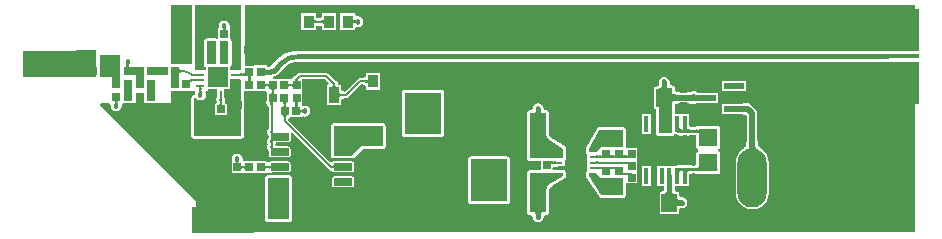
<source format=gbr>
%TF.GenerationSoftware,Altium Limited,Altium Designer,18.1.11 (251)*%
G04 Layer_Physical_Order=1*
G04 Layer_Color=255*
%FSLAX26Y26*%
%MOIN*%
%TF.FileFunction,Copper,L1,Top,Signal*%
%TF.Part,Single*%
G01*
G75*
%TA.AperFunction,Conductor*%
%ADD10C,0.016693*%
%ADD11C,0.007874*%
%TA.AperFunction,ConnectorPad*%
%ADD12R,0.218000X0.142000*%
%ADD13R,0.218000X0.016000*%
%ADD14R,0.210000X0.090000*%
%TA.AperFunction,SMDPad,CuDef*%
%ADD15R,0.210000X0.090000*%
%ADD16R,0.053150X0.061024*%
%ADD17R,0.061024X0.053150*%
%ADD18R,0.035748X0.042480*%
%ADD19R,0.025000X0.027559*%
%ADD20R,0.035433X0.055118*%
%ADD21R,0.035433X0.043307*%
%ADD22R,0.053150X0.074803*%
%ADD23R,0.027559X0.025000*%
%ADD24R,0.070866X0.021654*%
%ADD25R,0.100394X0.109055*%
%TA.AperFunction,SMDPad,SMDef*%
%ADD26R,0.064961X0.094488*%
%TA.AperFunction,SMDPad,CuDef*%
%ADD27R,0.023622X0.009842*%
%ADD28R,0.017000X0.055000*%
%ADD29R,0.116000X0.069000*%
%ADD30R,0.022047X0.071260*%
%ADD31R,0.043307X0.043307*%
%ADD32R,0.043307X0.043307*%
%ADD33R,0.030000X0.010000*%
%ADD34R,0.010000X0.030000*%
%ADD35R,0.066142X0.066142*%
G04:AMPARAMS|DCode=36|XSize=61.024mil|YSize=23.622mil|CornerRadius=0.945mil|HoleSize=0mil|Usage=FLASHONLY|Rotation=0.000|XOffset=0mil|YOffset=0mil|HoleType=Round|Shape=RoundedRectangle|*
%AMROUNDEDRECTD36*
21,1,0.061024,0.021732,0,0,0.0*
21,1,0.059134,0.023622,0,0,0.0*
1,1,0.001890,0.029567,-0.010866*
1,1,0.001890,-0.029567,-0.010866*
1,1,0.001890,-0.029567,0.010866*
1,1,0.001890,0.029567,0.010866*
%
%ADD36ROUNDEDRECTD36*%
%TA.AperFunction,Conductor*%
%ADD37C,0.008000*%
%ADD38C,0.015748*%
%ADD39C,0.019685*%
%ADD40C,0.009842*%
%ADD41C,0.006000*%
%ADD42C,0.025000*%
%ADD43C,0.027559*%
%TA.AperFunction,ComponentPad*%
%ADD44O,0.177165X0.088583*%
%ADD45O,0.088583X0.177165*%
%ADD46O,0.098425X0.196850*%
%TA.AperFunction,ViaPad*%
%ADD47C,0.018000*%
G36*
X730315Y772109D02*
X730315Y558084D01*
X725315Y556238D01*
X724455Y556409D01*
X724347Y556388D01*
X724240Y556407D01*
X722860Y556102D01*
X690646D01*
Y565331D01*
X690910Y565383D01*
X694217Y567593D01*
X696428Y570901D01*
X697204Y574803D01*
Y651575D01*
X696428Y655476D01*
X694217Y658784D01*
X693008Y659593D01*
Y694976D01*
X693008D01*
X691028Y699976D01*
X691581Y702756D01*
X690184Y709779D01*
X686206Y715733D01*
X680251Y719712D01*
X673228Y721109D01*
X666205Y719712D01*
X660251Y715733D01*
X656273Y709779D01*
X654876Y702756D01*
X655429Y699976D01*
X653449Y694976D01*
X653449D01*
Y664417D01*
X652080Y663208D01*
X648449Y661218D01*
X645669Y661771D01*
X616142D01*
X612240Y660995D01*
X608932Y658784D01*
X606722Y655476D01*
X605946Y651575D01*
Y574803D01*
X606722Y570901D01*
X608932Y567593D01*
X612240Y565383D01*
X612504Y565331D01*
Y556102D01*
X574803D01*
X574803Y772109D01*
X730315D01*
D02*
G37*
G36*
X677242Y696329D02*
X679528D01*
X679091Y695852D01*
X678700Y695326D01*
X678355Y694749D01*
X678056Y694121D01*
X677803Y693443D01*
X677596Y692714D01*
X677593Y692698D01*
X677868Y691660D01*
X678228Y690766D01*
X678668Y690036D01*
X679188Y689467D01*
X679788Y689061D01*
X680468Y688818D01*
X681228Y688736D01*
X665228D01*
X665988Y688818D01*
X666668Y689061D01*
X667268Y689467D01*
X667788Y690036D01*
X668228Y690766D01*
X668588Y691660D01*
X668864Y692698D01*
X668860Y692714D01*
X668653Y693443D01*
X668400Y694121D01*
X668101Y694749D01*
X667756Y695326D01*
X667365Y695852D01*
X666928Y696329D01*
X669215D01*
X669228Y696856D01*
X677228D01*
X677242Y696329D01*
D02*
G37*
G36*
X2976833Y772108D02*
Y620362D01*
X2886674D01*
X2883126Y621068D01*
X922901D01*
X922686Y621025D01*
X905977Y619710D01*
X889470Y615747D01*
X873786Y609250D01*
X859311Y600380D01*
X846566Y589495D01*
X846384Y589373D01*
X824929Y567918D01*
X819218D01*
X818369Y567948D01*
X817087Y568084D01*
Y572992D01*
X807348D01*
X806967Y573068D01*
X806585Y572992D01*
X772087D01*
Y568992D01*
X740511D01*
X740511Y772109D01*
X2976833Y772108D01*
D02*
G37*
G36*
Y15293D02*
X579270Y15294D01*
Y113189D01*
X578106Y119041D01*
X574790Y124003D01*
X259455Y439339D01*
X261751Y444882D01*
X289734D01*
X294658Y438882D01*
X294344Y437303D01*
X295741Y430280D01*
X299720Y424326D01*
X305674Y420348D01*
X312697Y418950D01*
X319720Y420348D01*
X325674Y424326D01*
X329652Y430280D01*
X331050Y437303D01*
X330736Y438882D01*
X335660Y444882D01*
X495394D01*
Y480953D01*
X495394Y486954D01*
X572919Y486953D01*
X574129Y486161D01*
X576094Y483853D01*
X576990Y480953D01*
X576863Y480763D01*
X575466Y473740D01*
X570912Y472046D01*
X570859Y472030D01*
X570837Y472018D01*
X570016Y471713D01*
X569917Y471693D01*
X568672Y470861D01*
X567351Y470155D01*
X567030Y469764D01*
X566609Y469483D01*
X565777Y468238D01*
X564827Y467079D01*
X564680Y466595D01*
X564399Y466175D01*
X564107Y464706D01*
X563672Y463272D01*
X563722Y462769D01*
X563623Y462273D01*
Y337598D01*
X564399Y333697D01*
X566609Y330389D01*
X569917Y328179D01*
X573819Y327402D01*
X729331D01*
X733232Y328179D01*
X736540Y330389D01*
X738750Y333697D01*
X739527Y337598D01*
Y486126D01*
X775094D01*
Y486126D01*
X776087D01*
Y486126D01*
X812387D01*
X814801Y484092D01*
X816835Y481678D01*
Y457025D01*
X816565Y456884D01*
X816207Y456458D01*
X815745Y456149D01*
X814941Y454945D01*
X814011Y453834D01*
X813844Y453303D01*
X813535Y452841D01*
X813252Y451421D01*
X812818Y450039D01*
X812867Y449485D01*
X812759Y448939D01*
X813041Y447519D01*
X813169Y446076D01*
X813426Y445583D01*
X813535Y445037D01*
X814339Y443833D01*
X815009Y442549D01*
X815436Y442192D01*
X815745Y441729D01*
X816570Y441178D01*
X816579Y440805D01*
X816989Y438989D01*
X817352Y437163D01*
X817426Y437053D01*
X817455Y436924D01*
X818528Y435404D01*
X819562Y433855D01*
X819672Y433782D01*
X819749Y433674D01*
X820577Y433150D01*
Y361379D01*
X819562Y360701D01*
X819525Y360646D01*
X819471Y360609D01*
X818422Y358994D01*
X817352Y357393D01*
X817339Y357328D01*
X817303Y357273D01*
X816952Y355381D01*
X816576Y353491D01*
X816589Y353427D01*
X816577Y353362D01*
X816655Y347195D01*
X816704Y346965D01*
X816671Y346732D01*
X816747Y345441D01*
X816826Y345137D01*
X816801Y344825D01*
X816848Y344431D01*
X817028Y343879D01*
X817049Y343298D01*
X817102Y343072D01*
X817473Y342259D01*
X817660Y341384D01*
X818005Y340882D01*
X818081Y340649D01*
X818352Y340332D01*
X818754Y339453D01*
X819408Y338844D01*
X819915Y338107D01*
X819965Y338058D01*
X819965Y338058D01*
X819965Y338058D01*
X819974Y338049D01*
X820577Y337658D01*
Y330099D01*
X820159Y329843D01*
X820079Y329733D01*
X819965Y329659D01*
X818913Y328126D01*
X817823Y326622D01*
X817791Y326490D01*
X817714Y326378D01*
X817329Y324560D01*
X816897Y322753D01*
X816583Y314618D01*
X816615Y314421D01*
X816576Y314225D01*
X816926Y312464D01*
X817209Y310689D01*
X817313Y310519D01*
X817352Y310324D01*
X818331Y308858D01*
X817352Y307393D01*
X817339Y307328D01*
X817303Y307273D01*
X816952Y305381D01*
X816576Y303491D01*
X816589Y303427D01*
X816577Y303362D01*
X816655Y297195D01*
X816704Y296965D01*
X816671Y296732D01*
X816747Y295441D01*
X816826Y295137D01*
X816801Y294825D01*
X816848Y294431D01*
X817028Y293879D01*
X817049Y293298D01*
X817102Y293072D01*
X817473Y292259D01*
X817660Y291384D01*
X818005Y290882D01*
X818081Y290649D01*
X818352Y290332D01*
X818754Y289453D01*
X819408Y288844D01*
X819915Y288107D01*
X819965Y288058D01*
X819965Y288058D01*
X819965Y288058D01*
X819974Y288049D01*
X820577Y287658D01*
Y276575D01*
X820636Y276280D01*
Y272992D01*
X821175Y270282D01*
X822710Y267985D01*
X825007Y266450D01*
X827717Y265911D01*
X886850D01*
X889560Y266450D01*
X891857Y267985D01*
X893392Y270282D01*
X893931Y272992D01*
Y294724D01*
X893392Y297434D01*
X891857Y299731D01*
X889560Y301266D01*
X886850Y301805D01*
X846543D01*
X846443Y301991D01*
X846015Y302340D01*
X845703Y302795D01*
X844849Y303351D01*
X844838Y303754D01*
X844428Y305569D01*
X844066Y307393D01*
X843991Y307504D01*
X843962Y307635D01*
X843098Y308858D01*
X843962Y310082D01*
X843991Y310212D01*
X844066Y310324D01*
X844428Y312147D01*
X844838Y313962D01*
X844849Y314366D01*
X845703Y314921D01*
X846015Y315377D01*
X846443Y315725D01*
X846543Y315911D01*
X886850D01*
X889560Y316450D01*
X891857Y317985D01*
X893392Y320282D01*
X893931Y322992D01*
Y344724D01*
X893869Y345037D01*
X899399Y347993D01*
X1020743Y226649D01*
X1022182Y225687D01*
X1023037Y224409D01*
X1024028Y222838D01*
X1024138Y222761D01*
X1024213Y222649D01*
X1025760Y221615D01*
X1027277Y220543D01*
X1027409Y220513D01*
X1027520Y220439D01*
X1029344Y220076D01*
X1031158Y219666D01*
X1031662Y219653D01*
X1032332Y218649D01*
X1032788Y218344D01*
X1033139Y217924D01*
X1034429Y217248D01*
X1035640Y216439D01*
X1036178Y216332D01*
X1036663Y216077D01*
X1038114Y215946D01*
X1039542Y215662D01*
X1040080Y215769D01*
X1040625Y215720D01*
X1041237Y215911D01*
X1099449D01*
X1102159Y216450D01*
X1104456Y217985D01*
X1105991Y220282D01*
X1106530Y222992D01*
Y244724D01*
X1105991Y247434D01*
X1104456Y249731D01*
X1102159Y251266D01*
X1099449Y251805D01*
X1041237D01*
X1040625Y251996D01*
X1040080Y251947D01*
X1039542Y252054D01*
X1038114Y251770D01*
X1036663Y251639D01*
X1036178Y251385D01*
X1035640Y251278D01*
X1034429Y250469D01*
X1033139Y249793D01*
X1029291Y249473D01*
X1026368Y249863D01*
X885905Y390325D01*
X885914Y390422D01*
X886948Y391969D01*
X888020Y393487D01*
X888050Y393618D01*
X888125Y393730D01*
X888487Y395554D01*
X888897Y397368D01*
X888908Y397794D01*
X892778Y399051D01*
X894767Y399404D01*
X895777Y399494D01*
X896393Y399512D01*
X899205Y399512D01*
X931197D01*
X931197Y399512D01*
X937197Y401684D01*
X940945Y400939D01*
X947968Y402336D01*
X953922Y406314D01*
X957900Y412268D01*
X959298Y419291D01*
X957900Y426315D01*
X953922Y432269D01*
X947968Y436247D01*
X940945Y437644D01*
X937412Y436941D01*
X937236Y436907D01*
X937031Y436906D01*
X931774Y438857D01*
X932575Y442819D01*
X932575D01*
Y480126D01*
X932575Y486126D01*
X932575Y488378D01*
Y525685D01*
X938353Y526221D01*
X1008572D01*
X1021441Y513353D01*
X1021727Y512785D01*
X1019324Y506984D01*
X1015654D01*
Y439866D01*
X1063086D01*
Y457345D01*
X1063382Y457501D01*
X1063727Y457916D01*
X1064176Y458216D01*
X1064849Y459223D01*
X1065235Y459233D01*
X1067047Y459643D01*
X1068868Y460005D01*
X1068982Y460081D01*
X1069115Y460111D01*
X1070632Y461184D01*
X1072176Y462216D01*
X1072252Y462329D01*
X1072363Y462408D01*
X1072881Y463229D01*
X1079725D01*
X1083626Y464005D01*
X1086934Y466216D01*
X1129223Y508505D01*
X1135780D01*
X1136301Y507681D01*
X1136410Y507603D01*
X1136485Y507491D01*
X1138032Y506457D01*
X1139550Y505385D01*
X1139681Y505356D01*
X1139793Y505281D01*
X1141617Y504918D01*
X1143431Y504508D01*
X1143934Y504495D01*
X1144605Y503491D01*
X1145061Y503187D01*
X1145412Y502766D01*
X1145575Y502681D01*
Y491047D01*
X1193008D01*
Y546354D01*
X1145575D01*
Y534721D01*
X1145412Y534636D01*
X1145061Y534215D01*
X1144605Y533910D01*
X1143934Y532907D01*
X1143430Y532893D01*
X1141616Y532483D01*
X1139793Y532121D01*
X1139681Y532046D01*
X1139550Y532016D01*
X1138032Y530944D01*
X1136485Y529910D01*
X1136410Y529799D01*
X1136301Y529721D01*
X1135780Y528897D01*
X1125000D01*
X1121098Y528121D01*
X1117791Y525910D01*
X1078065Y486185D01*
X1074731Y485166D01*
X1072176Y484635D01*
X1070630Y485668D01*
X1069115Y486739D01*
X1068982Y486769D01*
X1068868Y486845D01*
X1067047Y487207D01*
X1065235Y487618D01*
X1064849Y487628D01*
X1064176Y488635D01*
X1063727Y488935D01*
X1063382Y489350D01*
X1063086Y489505D01*
Y506984D01*
X1055390D01*
X1055305Y507147D01*
X1054884Y507498D01*
X1054580Y507954D01*
X1053576Y508625D01*
X1053562Y509129D01*
X1053152Y510943D01*
X1052790Y512766D01*
X1052715Y512878D01*
X1052686Y513009D01*
X1051613Y514527D01*
X1050580Y516074D01*
X1050468Y516149D01*
X1050390Y516258D01*
X1048819Y517251D01*
X1047272Y518284D01*
X1047140Y518310D01*
X1047026Y518382D01*
X1045193Y518698D01*
X1044870Y518762D01*
X1020005Y543627D01*
X1016697Y545837D01*
X1012795Y546613D01*
X924212D01*
X920311Y545837D01*
X917003Y543627D01*
X909796Y536420D01*
X908228Y536108D01*
X906370Y535779D01*
X906279Y535721D01*
X906173Y535699D01*
X904607Y534653D01*
X903017Y533638D01*
X902955Y533549D01*
X902865Y533489D01*
X901818Y531922D01*
X900739Y530377D01*
X900715Y530271D01*
X900655Y530181D01*
X900349Y528644D01*
X895575Y525685D01*
X891827D01*
X891827Y525685D01*
X859835D01*
X854827Y525685D01*
X848827Y525685D01*
X834635D01*
X834242Y531685D01*
X834893Y531771D01*
X843443Y535312D01*
X850090Y540412D01*
X850817Y540898D01*
X872838Y562919D01*
X873221Y563493D01*
X883455Y571892D01*
X895730Y578453D01*
X909049Y582493D01*
X922224Y583791D01*
X922901Y583656D01*
X2883126D01*
X2886675Y584362D01*
X2976833D01*
Y15293D01*
D02*
G37*
G36*
X564607Y772109D02*
X564607Y576023D01*
X495394Y576024D01*
Y572929D01*
D01*
X495394Y772109D01*
X564607D01*
D02*
G37*
G36*
X687008Y574803D02*
X657480D01*
Y651575D01*
X687008D01*
Y574803D01*
D02*
G37*
G36*
X645669D02*
X616142D01*
Y651575D01*
X645669D01*
Y574803D01*
D02*
G37*
G36*
X356540Y575762D02*
X356138Y575226D01*
X355784Y574641D01*
X355477Y574008D01*
X355217Y573325D01*
X355004Y572594D01*
X354839Y571815D01*
X354812Y571630D01*
X354980Y570606D01*
X355256Y569567D01*
X355610Y568688D01*
X356043Y567968D01*
X356555Y567409D01*
X357146Y567009D01*
X357815Y566769D01*
X358563Y566689D01*
X342815D01*
X343563Y566769D01*
X344232Y567009D01*
X344823Y567409D01*
X345335Y567968D01*
X345768Y568688D01*
X346122Y569567D01*
X346398Y570606D01*
X346566Y571630D01*
X346539Y571815D01*
X346374Y572594D01*
X346161Y573325D01*
X345901Y574008D01*
X345594Y574641D01*
X345240Y575226D01*
X344838Y575762D01*
X344389Y576250D01*
X356989D01*
X356540Y575762D01*
D02*
G37*
G36*
X518067Y561615D02*
X519674Y560665D01*
X520823Y560129D01*
Y561024D01*
X520903Y560276D01*
X520982Y560055D01*
X521473Y559826D01*
X523465Y559099D01*
X525650Y558484D01*
X528028Y557981D01*
X530599Y557590D01*
X536319Y557143D01*
X539469Y557087D01*
Y549213D01*
X536319Y549157D01*
X530599Y548709D01*
X528028Y548318D01*
X525650Y547815D01*
X523465Y547200D01*
X521473Y546473D01*
X520982Y546244D01*
X520903Y546024D01*
X520823Y545276D01*
Y546170D01*
X519674Y545634D01*
X518067Y544684D01*
X516654Y543621D01*
Y562678D01*
X518067Y561615D01*
D02*
G37*
G36*
X724534Y546034D02*
X724770Y545874D01*
X725163Y545733D01*
X725715Y545610D01*
X726423Y545506D01*
X728313Y545355D01*
X732329Y545270D01*
Y537396D01*
X730833Y537387D01*
X725715Y537057D01*
X725163Y536934D01*
X724770Y536793D01*
X724534Y536633D01*
X724455Y536453D01*
Y546213D01*
X724534Y546034D01*
D02*
G37*
G36*
X807134Y561862D02*
X807634Y560959D01*
X808469Y560162D01*
X809638Y559472D01*
X811140Y558887D01*
X812976Y558409D01*
X815146Y558037D01*
X817650Y557771D01*
X823660Y557559D01*
Y540866D01*
X820488Y540813D01*
X815146Y540388D01*
X812976Y540016D01*
X811140Y539538D01*
X809638Y538953D01*
X808469Y538263D01*
X807634Y537466D01*
X807134Y536562D01*
X806967Y535553D01*
Y562872D01*
X807134Y561862D01*
D02*
G37*
G36*
X744215Y535553D02*
X744136Y535903D01*
X743899Y536217D01*
X743506Y536493D01*
X742955Y536733D01*
X742246Y536936D01*
X741380Y537101D01*
X740356Y537231D01*
X737837Y537378D01*
X736341Y537396D01*
Y545270D01*
X737853Y545310D01*
X739207Y545428D01*
X740403Y545625D01*
X741440Y545900D01*
X742319Y546255D01*
X743039Y546688D01*
X743601Y547200D01*
X744004Y547790D01*
X744248Y548460D01*
X744335Y549207D01*
X744215Y535553D01*
D02*
G37*
G36*
X247047Y622047D02*
X247047Y533464D01*
X180118Y533465D01*
X180118Y622047D01*
X247047Y622047D01*
D02*
G37*
G36*
X326772Y531496D02*
X259842D01*
Y606299D01*
X326772D01*
Y531496D01*
D02*
G37*
G36*
X764035Y535474D02*
X763366Y535238D01*
X762775Y534844D01*
X762264Y534293D01*
X761831Y533585D01*
X761476Y532718D01*
X761201Y531695D01*
X761004Y530514D01*
X760886Y529175D01*
X760846Y527679D01*
X752972D01*
X752933Y529175D01*
X752815Y530514D01*
X752618Y531695D01*
X752342Y532718D01*
X751988Y533585D01*
X751555Y534293D01*
X751043Y534844D01*
X750453Y535238D01*
X749783Y535474D01*
X749035Y535553D01*
X764783D01*
X764035Y535474D01*
D02*
G37*
G36*
X760886Y525943D02*
X761004Y524604D01*
X761201Y523423D01*
X761476Y522399D01*
X761831Y521533D01*
X762264Y520825D01*
X762775Y520274D01*
X763366Y519880D01*
X764035Y519644D01*
X764783Y519565D01*
X749035D01*
X749783Y519644D01*
X750453Y519880D01*
X751043Y520274D01*
X751555Y520825D01*
X751988Y521533D01*
X752342Y522399D01*
X752618Y523423D01*
X752815Y524604D01*
X752933Y525943D01*
X752972Y527439D01*
X760846D01*
X760886Y525943D01*
D02*
G37*
G36*
X918102Y524981D02*
X918319Y522794D01*
X918509Y521905D01*
X918753Y521154D01*
X919052Y520539D01*
X919405Y520060D01*
X919812Y519718D01*
X920274Y519513D01*
X920789Y519445D01*
X907360D01*
X907876Y519513D01*
X908337Y519718D01*
X908745Y520060D01*
X909098Y520539D01*
X909396Y521154D01*
X909640Y521905D01*
X909831Y522794D01*
X909966Y523819D01*
X910048Y524981D01*
X910075Y526280D01*
X918075D01*
X918102Y524981D01*
D02*
G37*
G36*
X566809Y517707D02*
X565299Y517667D01*
X563947Y517549D01*
X562753Y517352D01*
X561716Y517077D01*
X560838Y516722D01*
X560117Y516289D01*
X559555Y515777D01*
X559150Y515187D01*
X558904Y514518D01*
X558815Y513769D01*
X558935Y523502D01*
X559014Y523897D01*
X559250Y524250D01*
X559644Y524562D01*
X560195Y524832D01*
X560904Y525061D01*
X561770Y525248D01*
X562793Y525393D01*
X563975Y525497D01*
X566809Y525581D01*
Y517707D01*
D02*
G37*
G36*
X1151815Y510701D02*
X1151734Y511461D01*
X1151490Y512141D01*
X1151084Y512741D01*
X1150516Y513261D01*
X1149785Y513701D01*
X1148892Y514061D01*
X1147836Y514341D01*
X1146618Y514541D01*
X1145238Y514661D01*
X1143695Y514701D01*
Y522701D01*
X1145238Y522741D01*
X1146618Y522861D01*
X1147836Y523061D01*
X1148892Y523341D01*
X1149785Y523701D01*
X1150516Y524141D01*
X1151084Y524661D01*
X1151490Y525261D01*
X1151734Y525941D01*
X1151815Y526701D01*
Y510701D01*
D02*
G37*
G36*
X901815Y497906D02*
X901734Y498666D01*
X901490Y499346D01*
X901084Y499946D01*
X900516Y500466D01*
X899785Y500906D01*
X898892Y501266D01*
X897836Y501546D01*
X896618Y501746D01*
X895238Y501866D01*
X893701Y501905D01*
X892164Y501866D01*
X890784Y501746D01*
X889566Y501546D01*
X888510Y501266D01*
X887617Y500906D01*
X886886Y500466D01*
X886317Y499946D01*
X885912Y499346D01*
X885668Y498666D01*
X885587Y497906D01*
Y513906D01*
X885668Y513146D01*
X885912Y512466D01*
X886317Y511866D01*
X886886Y511346D01*
X887617Y510906D01*
X888510Y510546D01*
X889566Y510266D01*
X890784Y510066D01*
X892164Y509946D01*
X893701Y509906D01*
X895238Y509946D01*
X896618Y510066D01*
X897836Y510266D01*
X898892Y510546D01*
X899785Y510906D01*
X900516Y511346D01*
X901084Y511866D01*
X901490Y512466D01*
X901734Y513146D01*
X901815Y513906D01*
Y497906D01*
D02*
G37*
G36*
X1043410Y507322D02*
X1043530Y505941D01*
X1043730Y504723D01*
X1044010Y503668D01*
X1044370Y502774D01*
X1044810Y502043D01*
X1045330Y501475D01*
X1045930Y501069D01*
X1046610Y500825D01*
X1047370Y500744D01*
X1031370D01*
X1032130Y500825D01*
X1032810Y501069D01*
X1033410Y501475D01*
X1033930Y502043D01*
X1034370Y502774D01*
X1034730Y503668D01*
X1035010Y504723D01*
X1035210Y505941D01*
X1035330Y507322D01*
X1035370Y508864D01*
X1043370D01*
X1043410Y507322D01*
D02*
G37*
G36*
X823075Y498031D02*
X822995Y498779D01*
X822755Y499449D01*
X822355Y500039D01*
X821796Y500551D01*
X821076Y500984D01*
X820197Y501339D01*
X819158Y501614D01*
X817958Y501811D01*
X816600Y501929D01*
X815081Y501968D01*
Y509842D01*
X816600Y509882D01*
X817958Y510000D01*
X819158Y510197D01*
X820197Y510472D01*
X821076Y510827D01*
X821796Y511260D01*
X822355Y511772D01*
X822755Y512362D01*
X822995Y513031D01*
X823075Y513779D01*
Y498031D01*
D02*
G37*
G36*
X806927Y513031D02*
X807167Y512362D01*
X807566Y511772D01*
X808126Y511260D01*
X808845Y510827D01*
X809725Y510472D01*
X810764Y510197D01*
X811963Y510000D01*
X813322Y509882D01*
X814841Y509842D01*
Y501968D01*
X813322Y501929D01*
X811963Y501811D01*
X810764Y501614D01*
X809725Y501339D01*
X808845Y500984D01*
X808126Y500551D01*
X807566Y500039D01*
X807167Y499449D01*
X806927Y498779D01*
X806847Y498031D01*
Y513779D01*
X806927Y513031D01*
D02*
G37*
G36*
X601059Y497112D02*
X600379Y496869D01*
X599779Y496463D01*
X599259Y495894D01*
X598819Y495163D01*
X598459Y494270D01*
X598179Y493215D01*
X597979Y491997D01*
X597859Y490616D01*
X597819Y489074D01*
X589819D01*
X589779Y490616D01*
X589659Y491997D01*
X589459Y493215D01*
X589179Y494270D01*
X588819Y495163D01*
X588379Y495894D01*
X587859Y496463D01*
X587259Y496869D01*
X586579Y497112D01*
X585819Y497193D01*
X601819D01*
X601059Y497112D01*
D02*
G37*
G36*
X842461Y492167D02*
X841791Y491931D01*
X841201Y491537D01*
X840689Y490986D01*
X840256Y490278D01*
X839902Y489411D01*
X839626Y488388D01*
X839429Y487207D01*
X839311Y485868D01*
X839272Y484372D01*
X831398D01*
X831358Y485868D01*
X831240Y487207D01*
X831043Y488388D01*
X830768Y489411D01*
X830413Y490278D01*
X829980Y490986D01*
X829468Y491537D01*
X828878Y491931D01*
X828209Y492167D01*
X827461Y492246D01*
X843209D01*
X842461Y492167D01*
D02*
G37*
G36*
X597842Y486272D02*
X597911Y485391D01*
X598026Y484561D01*
X598187Y483782D01*
X598394Y483053D01*
X598647Y482375D01*
X598946Y481747D01*
X599291Y481170D01*
X599682Y480644D01*
X600119Y480167D01*
X587519D01*
X587956Y480644D01*
X588347Y481170D01*
X588692Y481747D01*
X588991Y482375D01*
X589244Y483053D01*
X589451Y483782D01*
X589612Y484561D01*
X589727Y485391D01*
X589796Y486272D01*
X589819Y487202D01*
X597819D01*
X597842Y486272D01*
D02*
G37*
G36*
X839311Y482613D02*
X839429Y481254D01*
X839626Y480055D01*
X839902Y479016D01*
X840256Y478137D01*
X840689Y477417D01*
X841201Y476858D01*
X841791Y476458D01*
X842461Y476218D01*
X843209Y476138D01*
X827461D01*
X828209Y476218D01*
X828878Y476458D01*
X829468Y476858D01*
X829980Y477417D01*
X830413Y478137D01*
X830768Y479016D01*
X831043Y480055D01*
X831240Y481254D01*
X831358Y482613D01*
X831398Y484132D01*
X839272D01*
X839311Y482613D01*
D02*
G37*
G36*
X1057046Y480665D02*
X1057286Y479985D01*
X1057687Y479385D01*
X1058246Y478865D01*
X1058966Y478425D01*
X1059847Y478065D01*
X1060887Y477785D01*
X1062086Y477585D01*
X1063447Y477465D01*
X1064966Y477425D01*
Y469425D01*
X1063447Y469385D01*
X1062086Y469265D01*
X1060887Y469065D01*
X1059847Y468785D01*
X1058966Y468425D01*
X1058246Y467985D01*
X1057687Y467465D01*
X1057286Y466865D01*
X1057046Y466185D01*
X1056966Y465425D01*
Y481425D01*
X1057046Y480665D01*
D02*
G37*
G36*
X666121Y458530D02*
X665960Y458293D01*
X665819Y457900D01*
X665696Y457349D01*
X665592Y456640D01*
X665442Y454750D01*
X665357Y450735D01*
X657483D01*
X657473Y452231D01*
X657143Y457349D01*
X657021Y457900D01*
X656879Y458293D01*
X656719Y458530D01*
X656540Y458608D01*
X666300D01*
X666121Y458530D01*
D02*
G37*
G36*
X319823Y452916D02*
X319154Y452676D01*
X318563Y452276D01*
X318051Y451717D01*
X317618Y450997D01*
X317264Y450118D01*
X316988Y449079D01*
X316843Y448192D01*
X316847Y448166D01*
X317012Y447386D01*
X317225Y446655D01*
X317485Y445973D01*
X317792Y445339D01*
X318146Y444754D01*
X318548Y444218D01*
X318997Y443730D01*
X306397D01*
X306846Y444218D01*
X307248Y444754D01*
X307602Y445339D01*
X307909Y445973D01*
X308169Y446655D01*
X308382Y447386D01*
X308547Y448166D01*
X308551Y448192D01*
X308406Y449079D01*
X308130Y450118D01*
X307776Y450997D01*
X307343Y451717D01*
X306831Y452276D01*
X306240Y452676D01*
X305571Y452916D01*
X304823Y452996D01*
X320571D01*
X319823Y452916D01*
D02*
G37*
G36*
X921201Y448860D02*
X920532Y448624D01*
X919941Y448230D01*
X919429Y447679D01*
X918996Y446971D01*
X918642Y446104D01*
X918366Y445081D01*
X918169Y443900D01*
X918051Y442561D01*
X918012Y441065D01*
X910138D01*
X910098Y442561D01*
X909980Y443900D01*
X909784Y445081D01*
X909508Y446104D01*
X909154Y446971D01*
X908721Y447679D01*
X908209Y448230D01*
X907618Y448624D01*
X906949Y448860D01*
X906201Y448939D01*
X921949D01*
X921201Y448860D01*
D02*
G37*
G36*
X837835D02*
X837165Y448624D01*
X836575Y448230D01*
X836063Y447679D01*
X835630Y446971D01*
X835276Y446104D01*
X835000Y445081D01*
X834803Y443900D01*
X834685Y442561D01*
X834646Y441065D01*
X826772D01*
X826734Y442561D01*
X826619Y443900D01*
X826428Y445081D01*
X826161Y446104D01*
X825817Y446971D01*
X825398Y447679D01*
X824901Y448230D01*
X824329Y448624D01*
X823680Y448860D01*
X822955Y448939D01*
X838583D01*
X837835Y448860D01*
D02*
G37*
G36*
X665396Y444916D02*
X665514Y443557D01*
X665711Y442358D01*
X665987Y441319D01*
X666341Y440440D01*
X666774Y439720D01*
X667286Y439161D01*
X667876Y438761D01*
X668546Y438521D01*
X669294Y438441D01*
X653546D01*
X654294Y438521D01*
X654963Y438761D01*
X655554Y439161D01*
X656066Y439720D01*
X656499Y440440D01*
X656853Y441319D01*
X657129Y442358D01*
X657325Y443557D01*
X657443Y444916D01*
X657483Y446435D01*
X665357D01*
X665396Y444916D01*
D02*
G37*
G36*
X918051Y439329D02*
X918169Y437990D01*
X918366Y436809D01*
X918642Y435786D01*
X918996Y434919D01*
X919429Y434211D01*
X919941Y433660D01*
X920532Y433266D01*
X921201Y433030D01*
X921949Y432951D01*
X906201D01*
X906949Y433030D01*
X907618Y433266D01*
X908209Y433660D01*
X908721Y434211D01*
X909154Y434919D01*
X909508Y435786D01*
X909784Y436809D01*
X909980Y437990D01*
X910098Y439329D01*
X910138Y440825D01*
X918012D01*
X918051Y439329D01*
D02*
G37*
G36*
X881945Y448859D02*
X881265Y448619D01*
X880665Y448219D01*
X880145Y447659D01*
X879705Y446939D01*
X879345Y446059D01*
X879065Y445019D01*
X878865Y443819D01*
X878745Y442459D01*
X878705Y440945D01*
X878745Y439431D01*
X878865Y438071D01*
X879065Y436871D01*
X879345Y435831D01*
X879705Y434951D01*
X880145Y434231D01*
X880665Y433671D01*
X881265Y433271D01*
X881945Y433031D01*
X882705Y432951D01*
X866705D01*
X867465Y433031D01*
X868145Y433271D01*
X868745Y433671D01*
X869265Y434231D01*
X869705Y434951D01*
X870065Y435831D01*
X870345Y436871D01*
X870545Y438071D01*
X870665Y439431D01*
X870705Y440945D01*
X870665Y442459D01*
X870545Y443819D01*
X870345Y445019D01*
X870065Y446059D01*
X869705Y446939D01*
X869265Y447659D01*
X868745Y448219D01*
X868145Y448619D01*
X867465Y448859D01*
X866705Y448939D01*
X882705D01*
X881945Y448859D01*
D02*
G37*
G36*
X925037Y426417D02*
X925277Y425748D01*
X925676Y425158D01*
X926236Y424646D01*
X926955Y424213D01*
X927835Y423858D01*
X928874Y423583D01*
X929898Y423415D01*
X930082Y423441D01*
X930862Y423606D01*
X931593Y423819D01*
X932275Y424079D01*
X932909Y424386D01*
X933494Y424741D01*
X934030Y425142D01*
X934518Y425591D01*
Y412991D01*
X934030Y413440D01*
X933494Y413842D01*
X932909Y414197D01*
X932275Y414504D01*
X931593Y414764D01*
X930862Y414976D01*
X930082Y415142D01*
X929898Y415168D01*
X928874Y415000D01*
X927835Y414724D01*
X926955Y414370D01*
X926236Y413937D01*
X925676Y413425D01*
X925277Y412835D01*
X925037Y412165D01*
X924957Y411417D01*
Y427165D01*
X925037Y426417D01*
D02*
G37*
G36*
X724240Y526260D02*
X724347Y526279D01*
X724455Y526258D01*
X729331Y523212D01*
Y337598D01*
X573819D01*
Y462273D01*
X578819Y463790D01*
X580842Y460763D01*
X586796Y456784D01*
X593819Y455387D01*
X600842Y456784D01*
X606796Y460763D01*
X610774Y466717D01*
X612171Y473740D01*
X610774Y480763D01*
X609956Y481988D01*
X612680Y486286D01*
X613625Y486953D01*
X618504D01*
Y492418D01*
X650420D01*
Y466566D01*
X649484Y465969D01*
X649421Y465879D01*
X649330Y465818D01*
X648284Y464252D01*
X647205Y462708D01*
X647181Y462601D01*
X647120Y462510D01*
X646752Y460662D01*
X646346Y458824D01*
X646365Y458716D01*
X646344Y458608D01*
X646711Y456761D01*
X646732Y456645D01*
X646733Y456471D01*
X646784Y456350D01*
X647040Y454906D01*
X647089Y454830D01*
X647280Y451870D01*
X647287Y450670D01*
X647673Y448792D01*
X646879Y447631D01*
X644767Y444681D01*
X641638D01*
Y407681D01*
X681197D01*
Y444681D01*
X678072D01*
X676704Y446551D01*
X675169Y448793D01*
X675550Y450519D01*
X675629Y454236D01*
X675659Y454616D01*
X675720Y454707D01*
X675741Y454814D01*
X675800Y454906D01*
X676055Y456350D01*
X676106Y456471D01*
X676108Y456645D01*
X676128Y456761D01*
X676496Y458608D01*
X676474Y458716D01*
X676493Y458824D01*
X676087Y460662D01*
X675720Y462510D01*
X675659Y462601D01*
X675635Y462708D01*
X674556Y464252D01*
X673509Y465818D01*
X673418Y465879D01*
X673356Y465969D01*
X672420Y466566D01*
Y492418D01*
X690646D01*
Y526575D01*
X722814D01*
X724240Y526260D01*
D02*
G37*
G36*
X881945Y405671D02*
X881265Y405427D01*
X880665Y405021D01*
X880145Y404453D01*
X879705Y403722D01*
X879345Y402829D01*
X879065Y401773D01*
X878865Y400555D01*
X878745Y399175D01*
X878705Y397632D01*
X870705D01*
X870665Y399175D01*
X870545Y400555D01*
X870345Y401773D01*
X870065Y402829D01*
X869705Y403722D01*
X869265Y404453D01*
X868745Y405021D01*
X868145Y405427D01*
X867465Y405671D01*
X866705Y405752D01*
X882705D01*
X881945Y405671D01*
D02*
G37*
G36*
X834685Y351964D02*
X834803Y350598D01*
X835000Y349394D01*
X835276Y348352D01*
X835630Y347472D01*
X836063Y346753D01*
X836575Y346196D01*
X837165Y345802D01*
X837835Y345568D01*
X838583Y345497D01*
X827085Y345356D01*
X827026Y345414D01*
X826972Y345640D01*
X826925Y346034D01*
X826850Y347325D01*
X826772Y353491D01*
X834646D01*
X834685Y351964D01*
D02*
G37*
G36*
X838583Y322219D02*
X837835Y322148D01*
X837165Y321915D01*
X836575Y321520D01*
X836063Y320964D01*
X835630Y320245D01*
X835276Y319365D01*
X835000Y318323D01*
X834803Y317119D01*
X834685Y315753D01*
X834646Y314225D01*
X826772D01*
X827085Y322361D01*
X838583Y322219D01*
D02*
G37*
G36*
X834685Y301964D02*
X834803Y300598D01*
X835000Y299394D01*
X835276Y298352D01*
X835630Y297472D01*
X836063Y296753D01*
X836575Y296196D01*
X837165Y295802D01*
X837835Y295568D01*
X838583Y295497D01*
X827085Y295356D01*
X827026Y295414D01*
X826972Y295640D01*
X826925Y296034D01*
X826850Y297325D01*
X826772Y303491D01*
X834646D01*
X834685Y301964D01*
D02*
G37*
G36*
X1039542Y225858D02*
X1039461Y226618D01*
X1039217Y227298D01*
X1038811Y227898D01*
X1038243Y228418D01*
X1037512Y228858D01*
X1036619Y229218D01*
X1035563Y229498D01*
X1034345Y229698D01*
X1032965Y229818D01*
X1031422Y229858D01*
Y237858D01*
X1032965Y237898D01*
X1034345Y238018D01*
X1035563Y238218D01*
X1036619Y238498D01*
X1037512Y238858D01*
X1038243Y239298D01*
X1038811Y239818D01*
X1039217Y240418D01*
X1039461Y241098D01*
X1039542Y241858D01*
Y225858D01*
D02*
G37*
%LPC*%
G36*
X1045921Y744760D02*
X998173D01*
Y733414D01*
X998010Y733328D01*
X997659Y732908D01*
X997204Y732603D01*
X996573Y731660D01*
X996155Y731649D01*
X994340Y731239D01*
X992517Y730876D01*
X992310Y730780D01*
X992274Y730772D01*
X988189Y729087D01*
X984103Y730772D01*
X984067Y730780D01*
X983860Y730876D01*
X982038Y731239D01*
X980223Y731649D01*
X979804Y731660D01*
X979174Y732603D01*
X978719Y732908D01*
X978368Y733328D01*
X978205Y733414D01*
Y744760D01*
X930457D01*
Y690279D01*
X978205D01*
Y701625D01*
X978368Y701711D01*
X978719Y702132D01*
X979174Y702436D01*
X979804Y703379D01*
X980223Y703390D01*
X982038Y703800D01*
X983860Y704163D01*
X984067Y704259D01*
X984103Y704267D01*
X988189Y705952D01*
X992275Y704267D01*
X992310Y704259D01*
X992518Y704163D01*
X994340Y703800D01*
X996155Y703390D01*
X996573Y703379D01*
X997204Y702436D01*
X997659Y702132D01*
X998010Y701711D01*
X998173Y701625D01*
Y690279D01*
X1045921D01*
Y744760D01*
D02*
G37*
G36*
X1108126Y744760D02*
X1060378D01*
Y690280D01*
X1108126D01*
Y695501D01*
X1108490Y696124D01*
X1114126Y699960D01*
X1118110Y699167D01*
X1125133Y700564D01*
X1131087Y704543D01*
X1135066Y710496D01*
X1136463Y717520D01*
X1135066Y724543D01*
X1131087Y730497D01*
X1125133Y734475D01*
X1118110Y735872D01*
X1114126Y735080D01*
X1108490Y738916D01*
X1108126Y739538D01*
Y744760D01*
D02*
G37*
%LPD*%
G36*
X1004413Y709646D02*
X1004333Y710394D01*
X1004093Y711063D01*
X1003694Y711654D01*
X1003134Y712165D01*
X1002415Y712598D01*
X1001535Y712953D01*
X1000496Y713228D01*
X999297Y713425D01*
X997938Y713543D01*
X996419Y713583D01*
Y721457D01*
X997938Y721496D01*
X999297Y721614D01*
X1000496Y721811D01*
X1001535Y722087D01*
X1002415Y722441D01*
X1003134Y722874D01*
X1003694Y723386D01*
X1004093Y723976D01*
X1004333Y724646D01*
X1004413Y725394D01*
Y709646D01*
D02*
G37*
G36*
X972044Y724646D02*
X972284Y723976D01*
X972684Y723386D01*
X973244Y722874D01*
X973963Y722441D01*
X974842Y722087D01*
X975882Y721811D01*
X977081Y721614D01*
X978440Y721496D01*
X979959Y721457D01*
Y713583D01*
X978440Y713543D01*
X977081Y713425D01*
X975882Y713228D01*
X974842Y712953D01*
X973963Y712598D01*
X973244Y712165D01*
X972684Y711654D01*
X972284Y711063D01*
X972044Y710394D01*
X971965Y709646D01*
Y725394D01*
X972044Y724646D01*
D02*
G37*
G36*
X1101967Y724760D02*
X1102211Y724080D01*
X1102617Y723480D01*
X1103185Y722960D01*
X1103916Y722520D01*
X1104809Y722160D01*
X1105865Y721880D01*
X1107022Y721690D01*
X1107289Y721727D01*
X1108068Y721888D01*
X1108797Y722095D01*
X1109475Y722348D01*
X1110103Y722647D01*
X1110680Y722992D01*
X1111207Y723383D01*
X1111683Y723820D01*
Y711220D01*
X1111207Y711657D01*
X1110680Y712048D01*
X1110103Y712393D01*
X1109475Y712692D01*
X1108797Y712945D01*
X1108068Y713152D01*
X1107289Y713313D01*
X1107022Y713350D01*
X1105865Y713160D01*
X1104809Y712880D01*
X1103916Y712520D01*
X1103185Y712080D01*
X1102617Y711560D01*
X1102211Y710960D01*
X1101967Y710280D01*
X1101886Y709520D01*
Y725520D01*
X1101967Y724760D01*
D02*
G37*
%LPC*%
G36*
X2413480Y518795D02*
X2330614D01*
Y485142D01*
X2413480D01*
Y518795D01*
D02*
G37*
G36*
X2407240Y447324D02*
X2406385Y447154D01*
X2405513Y447176D01*
X2404631Y446838D01*
X2404085Y446767D01*
X2403896Y446659D01*
X2403338Y446548D01*
X2402613Y446063D01*
X2401799Y445750D01*
X2401008Y445000D01*
X2400635Y444786D01*
X2400565Y444695D01*
X2400031Y444338D01*
X2399800Y443992D01*
X2330614D01*
Y410339D01*
X2399800D01*
X2400031Y409993D01*
X2400082Y409959D01*
X2400117Y409908D01*
X2401730Y408857D01*
X2403338Y407783D01*
X2403399Y407771D01*
X2403451Y407737D01*
X2405346Y407383D01*
X2407240Y407007D01*
X2407301Y407019D01*
X2407362Y407007D01*
X2411885Y407061D01*
X2416918Y402076D01*
Y321710D01*
X2416183Y321243D01*
X2416116Y321147D01*
X2416019Y321082D01*
X2414977Y319522D01*
X2413899Y317985D01*
X2413873Y317871D01*
X2413809Y317774D01*
X2413442Y315933D01*
X2413035Y314102D01*
X2412943Y310014D01*
X2412695Y306717D01*
X2412314Y304040D01*
X2411850Y302026D01*
X2411423Y300804D01*
X2410879Y300624D01*
X2409530Y300356D01*
X2409006Y300005D01*
X2408407Y299808D01*
X2407366Y298909D01*
X2406222Y298145D01*
X2405872Y297621D01*
X2405394Y297209D01*
X2404776Y295981D01*
X2404012Y294838D01*
X2403889Y294219D01*
X2403606Y293656D01*
X2403558Y293011D01*
X2393693Y285441D01*
X2384843Y273908D01*
X2379280Y260476D01*
X2377382Y246063D01*
Y147638D01*
X2379280Y133224D01*
X2384843Y119793D01*
X2393693Y108260D01*
X2405226Y99410D01*
X2418657Y93846D01*
X2433071Y91949D01*
X2447484Y93846D01*
X2460915Y99410D01*
X2472449Y108260D01*
X2481299Y119793D01*
X2486862Y133224D01*
X2488760Y147638D01*
Y246063D01*
X2486862Y260476D01*
X2481299Y273908D01*
X2472449Y285441D01*
X2462584Y293011D01*
X2462536Y293656D01*
X2462253Y294219D01*
X2462130Y294838D01*
X2461366Y295981D01*
X2460747Y297209D01*
X2460270Y297621D01*
X2459920Y298145D01*
X2458776Y298909D01*
X2457735Y299808D01*
X2457136Y300005D01*
X2456612Y300356D01*
X2455263Y300624D01*
X2454718Y300804D01*
X2454291Y302026D01*
X2453828Y304040D01*
X2453447Y306717D01*
X2453199Y310014D01*
X2453107Y314102D01*
X2452699Y315933D01*
X2452333Y317774D01*
X2452268Y317871D01*
X2452243Y317985D01*
X2451165Y319522D01*
X2450123Y321082D01*
X2450026Y321147D01*
X2449959Y321243D01*
X2449224Y321710D01*
Y411417D01*
X2447994Y417599D01*
X2444493Y422839D01*
X2428745Y438587D01*
X2426971Y439772D01*
X2426751Y440890D01*
X2426745Y440899D01*
X2426743Y440910D01*
X2425640Y442560D01*
X2424548Y444202D01*
X2424539Y444208D01*
X2424532Y444217D01*
X2422883Y445320D01*
X2421244Y446419D01*
X2421234Y446422D01*
X2421225Y446428D01*
X2419293Y446812D01*
X2417344Y447204D01*
X2412262Y447214D01*
X2408064Y447276D01*
X2408030Y447278D01*
X2408018Y447276D01*
X2407792Y447279D01*
X2407621Y447248D01*
X2407240Y447324D01*
D02*
G37*
G36*
X2139764Y533116D02*
X2132741Y531719D01*
X2126787Y527741D01*
X2122808Y521787D01*
X2121411Y514764D01*
X2121946Y512073D01*
X2121697Y510973D01*
X2121627Y508271D01*
X2121452Y506273D01*
X2121261Y505118D01*
X2118146Y504498D01*
X2114838Y502288D01*
X2114030Y501079D01*
X2106205D01*
Y428055D01*
X2111851D01*
Y347441D01*
X2112628Y343539D01*
X2114838Y340231D01*
X2118146Y338021D01*
X2122047Y337245D01*
X2165354D01*
X2169256Y338021D01*
X2172564Y340231D01*
X2173659Y341870D01*
X2181809D01*
X2182163Y341322D01*
X2182226Y341279D01*
X2182269Y341216D01*
X2183860Y340152D01*
X2185438Y339064D01*
X2185513Y339048D01*
X2185577Y339005D01*
X2186077Y338906D01*
X2186579Y338570D01*
X2186803Y338526D01*
X2186999Y338407D01*
X2188747Y338139D01*
X2190481Y337794D01*
X2190705Y337839D01*
X2190931Y337804D01*
X2197150Y338079D01*
X2197426Y338061D01*
X2197588Y338039D01*
X2197670Y338045D01*
X2197760Y338038D01*
X2197939Y338062D01*
X2197947Y338062D01*
X2199240Y337795D01*
X2199718Y337886D01*
X2200201Y337832D01*
X2201658Y338256D01*
X2203148Y338540D01*
X2203555Y338807D01*
X2204022Y338942D01*
X2209197Y340469D01*
X2210709Y339552D01*
X2212179Y338570D01*
X2212403Y338526D01*
X2212599Y338407D01*
X2214347Y338139D01*
X2216081Y337794D01*
X2216305Y337839D01*
X2216531Y337804D01*
X2226374Y338239D01*
X2228091Y338661D01*
X2229825Y339005D01*
X2230015Y339132D01*
X2230237Y339187D01*
X2231663Y340233D01*
X2232858Y341032D01*
X2235822Y341269D01*
X2236344Y341279D01*
X2239275Y341014D01*
X2240520Y340182D01*
X2242037Y339111D01*
X2242169Y339081D01*
X2242281Y339005D01*
X2244105Y338643D01*
X2245710Y338280D01*
Y302165D01*
X2246486Y298264D01*
X2248696Y294956D01*
X2252004Y292746D01*
X2253596Y292429D01*
Y286311D01*
X2252004Y285995D01*
X2248696Y283784D01*
X2246486Y280477D01*
X2245710Y276575D01*
Y240460D01*
X2244105Y240097D01*
X2242281Y239735D01*
X2242169Y239660D01*
X2242037Y239630D01*
X2240519Y238557D01*
X2239235Y237699D01*
X2236729Y237478D01*
X2235940Y237462D01*
X2232858Y237708D01*
X2231541Y238588D01*
X2229963Y239676D01*
X2229889Y239692D01*
X2229825Y239735D01*
X2227946Y240109D01*
X2226073Y240510D01*
X2218954Y240615D01*
X2217976Y240679D01*
X2217814Y240701D01*
X2217732Y240696D01*
X2217642Y240702D01*
X2217463Y240678D01*
X2217436Y240677D01*
X2216081Y240946D01*
X2215643Y240859D01*
X2215200Y240908D01*
X2213706Y240474D01*
X2212179Y240170D01*
X2211735Y239901D01*
X2211380Y239798D01*
X2208505Y238099D01*
X2204363Y239676D01*
X2204300Y239690D01*
X2204225Y239735D01*
X2203837Y239812D01*
X2203148Y240201D01*
X2202963Y240236D01*
X2202803Y240333D01*
X2201016Y240607D01*
X2199240Y240946D01*
X2199056Y240908D01*
X2198870Y240936D01*
X2192652Y240661D01*
X2192376Y240679D01*
X2192214Y240701D01*
X2192132Y240696D01*
X2192042Y240702D01*
X2191863Y240678D01*
X2191836Y240677D01*
X2190481Y240946D01*
X2190043Y240859D01*
X2189600Y240908D01*
X2188106Y240474D01*
X2186579Y240170D01*
X2186208Y239922D01*
X2185780Y239798D01*
X2185743Y239768D01*
X2185577Y239735D01*
X2185386Y239608D01*
X2185164Y239553D01*
X2183738Y238507D01*
X2182269Y237525D01*
X2182142Y237335D01*
X2181957Y237199D01*
X2181758Y236870D01*
X2116401D01*
Y169870D01*
X2138116D01*
X2138426Y160243D01*
X2138364Y157877D01*
X2138189Y155879D01*
X2137940Y154373D01*
X2137858Y154065D01*
X2136851Y153865D01*
X2136399Y153563D01*
X2135879Y153401D01*
X2134757Y152466D01*
X2133543Y151655D01*
X2133241Y151202D01*
X2132823Y150854D01*
X2132734Y150685D01*
X2123921D01*
Y77661D01*
X2189071D01*
Y91258D01*
X2189188Y91318D01*
X2189561Y91759D01*
X2190041Y92080D01*
X2190834Y93267D01*
X2191755Y94358D01*
X2191930Y94908D01*
X2192251Y95388D01*
X2197835Y95821D01*
X2204858Y97218D01*
X2210812Y101196D01*
X2214790Y107150D01*
X2216187Y114173D01*
X2214790Y121196D01*
X2210812Y127150D01*
X2204858Y131129D01*
X2197835Y132526D01*
X2192251Y132959D01*
X2191930Y133439D01*
X2191755Y133988D01*
X2190834Y135080D01*
X2190041Y136267D01*
X2189561Y136587D01*
X2189188Y137028D01*
X2189071Y137089D01*
Y150685D01*
X2180267D01*
X2180179Y150854D01*
X2179761Y151202D01*
X2179458Y151655D01*
X2178245Y152466D01*
X2177122Y153401D01*
X2176603Y153563D01*
X2176151Y153865D01*
X2175144Y154065D01*
X2175062Y154373D01*
X2174813Y155879D01*
X2174638Y157877D01*
X2174572Y160387D01*
X2174648Y169870D01*
X2222201D01*
Y207471D01*
X2222496Y207627D01*
X2222841Y208042D01*
X2223290Y208342D01*
X2224104Y209559D01*
X2224670Y210240D01*
X2226191Y210280D01*
X2228003Y210690D01*
X2229825Y211053D01*
X2229939Y211128D01*
X2230072Y211159D01*
X2231588Y212231D01*
X2232740Y213000D01*
X2234579Y213308D01*
X2235477Y213332D01*
X2236276Y213316D01*
X2239249Y213079D01*
X2240252Y212408D01*
X2241450Y211442D01*
X2241895Y211310D01*
X2242281Y211053D01*
X2243789Y210753D01*
X2245266Y210318D01*
X2245728Y210367D01*
X2246183Y210276D01*
X2247692Y210577D01*
X2249222Y210740D01*
X2250433Y211118D01*
X2252004Y210068D01*
X2255905Y209292D01*
X2316929D01*
X2320831Y210068D01*
X2324139Y212279D01*
X2326349Y215586D01*
X2327125Y219488D01*
Y276575D01*
X2326349Y280477D01*
X2324139Y283784D01*
X2320831Y285995D01*
X2319239Y286311D01*
Y292429D01*
X2320831Y292746D01*
X2324139Y294956D01*
X2326349Y298264D01*
X2327125Y302165D01*
Y359252D01*
X2326349Y363154D01*
X2324139Y366462D01*
X2320831Y368672D01*
X2316929Y369448D01*
X2255905D01*
X2252004Y368672D01*
X2250433Y367622D01*
X2249222Y368000D01*
X2247692Y368164D01*
X2246183Y368464D01*
X2245728Y368373D01*
X2245266Y368422D01*
X2243789Y367988D01*
X2242281Y367688D01*
X2241895Y367430D01*
X2241450Y367298D01*
X2240252Y366332D01*
X2239249Y365661D01*
X2236276Y365424D01*
X2235477Y365409D01*
X2234579Y365432D01*
X2232740Y365740D01*
X2231587Y366510D01*
X2230071Y367582D01*
X2229939Y367612D01*
X2229825Y367688D01*
X2228003Y368050D01*
X2226191Y368460D01*
X2224670Y368500D01*
X2224104Y369181D01*
X2223290Y370399D01*
X2222841Y370699D01*
X2222496Y371114D01*
X2222201Y371269D01*
Y408870D01*
X2175550D01*
Y443480D01*
X2176975Y443861D01*
X2179070Y444208D01*
X2181736Y444442D01*
X2185186Y444532D01*
X2186998Y444942D01*
X2188821Y445305D01*
X2188934Y445380D01*
X2189066Y445410D01*
X2190584Y446483D01*
X2192129Y447515D01*
X2192204Y447627D01*
X2192315Y447706D01*
X2192762Y448414D01*
X2214734D01*
X2215247Y447621D01*
X2215309Y447578D01*
X2215352Y447515D01*
X2216944Y446451D01*
X2218522Y445363D01*
X2218596Y445347D01*
X2218659Y445305D01*
X2220539Y444931D01*
X2222412Y444530D01*
X2236916Y444317D01*
X2239126Y444172D01*
X2239207Y444128D01*
X2240737Y443964D01*
X2242246Y443664D01*
X2242701Y443755D01*
X2243163Y443706D01*
X2244639Y444140D01*
X2246148Y444440D01*
X2246534Y444698D01*
X2246979Y444829D01*
X2248177Y445796D01*
X2249456Y446651D01*
X2249714Y447037D01*
X2250075Y447328D01*
X2250299Y447740D01*
X2318992D01*
Y481394D01*
X2250184D01*
X2249456Y482483D01*
X2249267Y482609D01*
X2249133Y482793D01*
X2247619Y483711D01*
X2246148Y484693D01*
X2245925Y484738D01*
X2245731Y484856D01*
X2243981Y485124D01*
X2242246Y485469D01*
X2242023Y485425D01*
X2241799Y485460D01*
X2222114Y484596D01*
X2220395Y484174D01*
X2218659Y483829D01*
X2218470Y483703D01*
X2218250Y483649D01*
X2216823Y482602D01*
X2215352Y481619D01*
X2215225Y481430D01*
X2215042Y481296D01*
X2214693Y480720D01*
X2192762D01*
X2192315Y481428D01*
X2192204Y481506D01*
X2192129Y481619D01*
X2190584Y482651D01*
X2189066Y483724D01*
X2188934Y483754D01*
X2188821Y483829D01*
X2186998Y484192D01*
X2185186Y484602D01*
X2181736Y484692D01*
X2179070Y484926D01*
X2176975Y485273D01*
X2175550Y485654D01*
Y495079D01*
X2174774Y498981D01*
X2172564Y502288D01*
X2169256Y504498D01*
X2165354Y505275D01*
X2158241D01*
X2158076Y506273D01*
X2157901Y508271D01*
X2157830Y510973D01*
X2157581Y512073D01*
X2158116Y514764D01*
X2156719Y521787D01*
X2152741Y527741D01*
X2146787Y531719D01*
X2139764Y533116D01*
D02*
G37*
G36*
X2094201Y408870D02*
X2065201D01*
Y341870D01*
X2094201D01*
Y408870D01*
D02*
G37*
G36*
X1394685Y491102D02*
X1274606D01*
X1270705Y490325D01*
X1267397Y488115D01*
X1265187Y484808D01*
X1264410Y480906D01*
Y342126D01*
X1265187Y338224D01*
X1267397Y334917D01*
X1270705Y332706D01*
X1274606Y331930D01*
X1394685D01*
X1398587Y332706D01*
X1401895Y334917D01*
X1404105Y338224D01*
X1404881Y342126D01*
Y480906D01*
X1404105Y484808D01*
X1401895Y488115D01*
X1398587Y490325D01*
X1394685Y491102D01*
D02*
G37*
G36*
X1039370Y380275D02*
X1035468Y379498D01*
X1032160Y377288D01*
X1029950Y373981D01*
X1029174Y370079D01*
Y271654D01*
X1029950Y267752D01*
X1032160Y264444D01*
X1035468Y262234D01*
X1039370Y261458D01*
X1100394D01*
X1104295Y262234D01*
X1107603Y264444D01*
X1135129Y291969D01*
X1200787D01*
X1204689Y292746D01*
X1207997Y294956D01*
X1210207Y298264D01*
X1210983Y302165D01*
Y370079D01*
X1210207Y373980D01*
X1207997Y377288D01*
X1204689Y379498D01*
X1200787Y380274D01*
X1039370Y380275D01*
D02*
G37*
G36*
X1719488Y445518D02*
X1712465Y444121D01*
X1706511Y440142D01*
X1702532Y434188D01*
X1701135Y427165D01*
X1696270Y423582D01*
X1692913D01*
X1689012Y422806D01*
X1685704Y420595D01*
X1683494Y417288D01*
X1682717Y413386D01*
Y262795D01*
X1683494Y258894D01*
X1685704Y255586D01*
X1689012Y253375D01*
X1692913Y252599D01*
X1729532D01*
Y223779D01*
X1692913D01*
X1689012Y223002D01*
X1685704Y220792D01*
X1683494Y217484D01*
X1682717Y213583D01*
Y82677D01*
X1683494Y78775D01*
X1685704Y75468D01*
X1689012Y73257D01*
X1692913Y72481D01*
X1696934D01*
X1701136Y67914D01*
X1702533Y60891D01*
X1706511Y54937D01*
X1712465Y50958D01*
X1719488Y49561D01*
X1726512Y50958D01*
X1732466Y54937D01*
X1736444Y60891D01*
X1737841Y67914D01*
X1742043Y72481D01*
X1746063D01*
X1749965Y73257D01*
X1753273Y75468D01*
X1755483Y78775D01*
X1756259Y82677D01*
Y156295D01*
X1756565Y157594D01*
X1756799Y158180D01*
X1756799Y158180D01*
X1756882Y158388D01*
X1756883Y158393D01*
X1756886Y158398D01*
X1758338Y162044D01*
X1760807Y165849D01*
X1764147Y169281D01*
X1765667Y170441D01*
X1807335Y194952D01*
X1808300Y195812D01*
X1809375Y196531D01*
X1809772Y197124D01*
X1810304Y197599D01*
X1810867Y198763D01*
X1811585Y199838D01*
X1811725Y200539D01*
X1812035Y201181D01*
X1812109Y202472D01*
X1812361Y203740D01*
Y208424D01*
X1812226Y209106D01*
X1812268Y209800D01*
X1811595Y214740D01*
X1811584Y214773D01*
X1811586Y214808D01*
X1810938Y216647D01*
X1810300Y218502D01*
X1810277Y218528D01*
X1810265Y218561D01*
X1808965Y220010D01*
X1807664Y221481D01*
X1807632Y221496D01*
X1807609Y221522D01*
X1805851Y222365D01*
X1804088Y223225D01*
X1804053Y223227D01*
X1804021Y223242D01*
X1803169Y223460D01*
X1801893Y223529D01*
X1800640Y223779D01*
X1767426D01*
X1766809Y229779D01*
X1767058Y230050D01*
X1771804Y233877D01*
X1774334Y233828D01*
X1774871Y233789D01*
X1775037Y233756D01*
X1775278Y233613D01*
X1776743Y233404D01*
X1776925Y233335D01*
X1777122Y233341D01*
X1778663Y233035D01*
X1778938Y233089D01*
X1779216Y233050D01*
X1780832Y233463D01*
X1780901Y233465D01*
X1780957Y233491D01*
X1782565Y233811D01*
X1782798Y233966D01*
X1783070Y234036D01*
X1784445Y235067D01*
X1784468Y235082D01*
X1784525Y235108D01*
X1784555Y235140D01*
X1785873Y236021D01*
X1786029Y236254D01*
X1786253Y236422D01*
X1786661Y237111D01*
X1808165D01*
Y254778D01*
X1809375Y255586D01*
X1811585Y258894D01*
X1812361Y262795D01*
Y293307D01*
X1812160Y294320D01*
X1812154Y295353D01*
X1811775Y296252D01*
X1811585Y297209D01*
X1811011Y298068D01*
X1810611Y299020D01*
X1809917Y299706D01*
X1809375Y300517D01*
X1808516Y301091D01*
X1807782Y301817D01*
X1759550Y333650D01*
X1756259Y341595D01*
Y413386D01*
X1755483Y417288D01*
X1753273Y420595D01*
X1749965Y422806D01*
X1746063Y423582D01*
X1742706D01*
X1737841Y427165D01*
X1736444Y434188D01*
X1732465Y440142D01*
X1726511Y444121D01*
X1719488Y445518D01*
D02*
G37*
G36*
X715846Y276916D02*
X708823Y275519D01*
X702869Y271540D01*
X698891Y265586D01*
X697494Y258563D01*
X698506Y253476D01*
X697346Y252063D01*
X697346D01*
Y212504D01*
X734346D01*
Y212504D01*
X738095Y212504D01*
X738095Y212504D01*
X770087D01*
X775095Y212504D01*
X781095Y212504D01*
X813087D01*
Y212786D01*
X815116Y214546D01*
X820541Y216475D01*
X821831Y215799D01*
X823042Y214990D01*
X823579Y214883D01*
X824064Y214629D01*
X825515Y214498D01*
X826944Y214214D01*
X827481Y214321D01*
X828027Y214271D01*
X829417Y214706D01*
X830846Y214990D01*
X831301Y215294D01*
X831824Y215457D01*
X832368Y215911D01*
X886850D01*
X889560Y216450D01*
X891857Y217985D01*
X893392Y220282D01*
X893931Y222992D01*
Y244724D01*
X893392Y247434D01*
X891857Y249731D01*
X889560Y251266D01*
X886850Y251805D01*
X827717D01*
X825007Y251266D01*
X822710Y249732D01*
X816559Y248768D01*
X813087Y251781D01*
Y252063D01*
X781095D01*
X776087Y252063D01*
X770087Y252063D01*
X739024D01*
X733656Y255833D01*
X734199Y258563D01*
X732802Y265586D01*
X728824Y271540D01*
X722870Y275519D01*
X715846Y276916D01*
D02*
G37*
G36*
X2094201Y236870D02*
X2065201D01*
Y169870D01*
X2094201D01*
Y236870D01*
D02*
G37*
G36*
X1099449Y201805D02*
X1040315D01*
X1037605Y201266D01*
X1035308Y199731D01*
X1033773Y197434D01*
X1033234Y194724D01*
Y172992D01*
X1033773Y170282D01*
X1035308Y167985D01*
X1037605Y166450D01*
X1040315Y165911D01*
X1099449D01*
X1102159Y166450D01*
X1104456Y167985D01*
X1105991Y170282D01*
X1106530Y172992D01*
Y194724D01*
X1105991Y197434D01*
X1104456Y199731D01*
X1102159Y201266D01*
X1099449Y201805D01*
D02*
G37*
G36*
X2001823Y365511D02*
X1923228D01*
X1921806Y365228D01*
X1920362Y365100D01*
X1919871Y364843D01*
X1919327Y364735D01*
X1918121Y363929D01*
X1916836Y363258D01*
X1916480Y362833D01*
X1916019Y362525D01*
X1915213Y361319D01*
X1914283Y360207D01*
X1879834Y297215D01*
X1879668Y296686D01*
X1879360Y296225D01*
X1879077Y294803D01*
X1878643Y293419D01*
X1878692Y292867D01*
X1878584Y292323D01*
Y282480D01*
X1879360Y278579D01*
X1881570Y275271D01*
X1882780Y274462D01*
Y239268D01*
X1882780D01*
Y221601D01*
X1881570Y220792D01*
X1879360Y217484D01*
X1878584Y213583D01*
Y203740D01*
X1878771Y202796D01*
X1878763Y201834D01*
X1879156Y200865D01*
X1879360Y199838D01*
X1879894Y199038D01*
X1880255Y198146D01*
X1921593Y135154D01*
X1922327Y134408D01*
X1922908Y133538D01*
X1923708Y133004D01*
X1924383Y132317D01*
X1925346Y131909D01*
X1926216Y131328D01*
X1927160Y131140D01*
X1928046Y130765D01*
X1929092Y130756D01*
X1930118Y130552D01*
X2000984Y130552D01*
X2004886Y131328D01*
X2008194Y133538D01*
X2010404Y136846D01*
X2011180Y140748D01*
X2011180Y179040D01*
X2050291D01*
Y211032D01*
X2050292Y216039D01*
X2050292Y217032D01*
X2050291D01*
Y247052D01*
X2050486Y248032D01*
X2050472Y248106D01*
X2050292Y254031D01*
Y257780D01*
X2050291Y257780D01*
Y294780D01*
X2016397D01*
X2016155Y294897D01*
X2011939Y300780D01*
X2012018Y301181D01*
Y355315D01*
X2011242Y359217D01*
X2009032Y362525D01*
X2005724Y364735D01*
X2001823Y365511D01*
D02*
G37*
G36*
X1615158Y268464D02*
X1495079D01*
X1491177Y267687D01*
X1487869Y265477D01*
X1485659Y262169D01*
X1484883Y258268D01*
Y119488D01*
X1485659Y115586D01*
X1487869Y112278D01*
X1491177Y110068D01*
X1495079Y109292D01*
X1615158D01*
X1619059Y110068D01*
X1622367Y112278D01*
X1624577Y115586D01*
X1625353Y119488D01*
Y258268D01*
X1624577Y262169D01*
X1622367Y265477D01*
X1619059Y267687D01*
X1615158Y268464D01*
D02*
G37*
G36*
X887795Y206062D02*
X818898D01*
X814996Y205286D01*
X811688Y203076D01*
X809478Y199768D01*
X808702Y195866D01*
Y59055D01*
X809478Y55153D01*
X811688Y51846D01*
X814996Y49635D01*
X818898Y48859D01*
X887795D01*
X891697Y49635D01*
X895005Y51846D01*
X897215Y55153D01*
X897991Y59055D01*
Y195866D01*
X897215Y199768D01*
X895005Y203076D01*
X891697Y205286D01*
X887795Y206062D01*
D02*
G37*
%LPD*%
G36*
X2407341Y437105D02*
X2407644Y437085D01*
X2412181Y437019D01*
X2417323Y437008D01*
Y417323D01*
X2407240Y417203D01*
Y437128D01*
X2407341Y437105D01*
D02*
G37*
G36*
X2443011Y309515D02*
X2443305Y305615D01*
X2443795Y302175D01*
X2444481Y299193D01*
X2445363Y296670D01*
X2446440Y294606D01*
X2447714Y293000D01*
X2449183Y291853D01*
X2450849Y291165D01*
X2452710Y290936D01*
X2413432D01*
X2415293Y291165D01*
X2416959Y291853D01*
X2418428Y293000D01*
X2419702Y294606D01*
X2420779Y296670D01*
X2421661Y299193D01*
X2422347Y302175D01*
X2422836Y305615D01*
X2423130Y309515D01*
X2423228Y313873D01*
X2442913D01*
X2443011Y309515D01*
D02*
G37*
G36*
X2242246Y453860D02*
X2242049Y454024D01*
X2241459Y454171D01*
X2240474Y454301D01*
X2237325Y454508D01*
X2222561Y454724D01*
Y474409D01*
X2242246Y475274D01*
Y453860D01*
D02*
G37*
G36*
X2199402Y358292D02*
X2200323Y358268D01*
Y348425D01*
X2199324Y348381D01*
X2199321Y347990D01*
X2199222Y348073D01*
X2198927Y348147D01*
X2198435Y348212D01*
X2197262Y348290D01*
X2190481Y347990D01*
Y348410D01*
X2189478Y348425D01*
Y358268D01*
X2190481Y358294D01*
Y363189D01*
X2190579Y362254D01*
X2190874Y361417D01*
X2191367Y360679D01*
X2192056Y360039D01*
X2192941Y359498D01*
X2194024Y359055D01*
X2194925Y358813D01*
X2195836Y359055D01*
X2196931Y359498D01*
X2197828Y360039D01*
X2198528Y360679D01*
X2199030Y361417D01*
X2199334Y362254D01*
X2199441Y363189D01*
X2199402Y358292D01*
D02*
G37*
G36*
X2316929Y302165D02*
X2255905D01*
Y344798D01*
X2255731Y345276D01*
X2255228Y346014D01*
X2254527Y346654D01*
X2253630Y347195D01*
X2252535Y347638D01*
X2251243Y347982D01*
X2249753Y348228D01*
X2248067Y348376D01*
X2246183Y348425D01*
Y358268D01*
X2255905Y355233D01*
Y359252D01*
X2316929D01*
Y302165D01*
D02*
G37*
G36*
X2216179Y362254D02*
X2216474Y361417D01*
X2216967Y360679D01*
X2217656Y360039D01*
X2218541Y359498D01*
X2219624Y359055D01*
X2220904Y358711D01*
X2222380Y358465D01*
X2224053Y358317D01*
X2225923Y358268D01*
Y348425D01*
X2216081Y347990D01*
Y363189D01*
X2216179Y362254D01*
D02*
G37*
G36*
X2147716Y507692D02*
X2147953Y504994D01*
X2148347Y502614D01*
X2148898Y500551D01*
X2149606Y498806D01*
X2150472Y497378D01*
X2151496Y496267D01*
X2152677Y495473D01*
X2153787Y495079D01*
X2165354D01*
Y482264D01*
X2165907Y480709D01*
X2166897Y479232D01*
X2168283Y477953D01*
X2170066Y476870D01*
X2172244Y475984D01*
X2174819Y475295D01*
X2177789Y474803D01*
X2181156Y474508D01*
X2184919Y474409D01*
Y454724D01*
X2181156Y454626D01*
X2177789Y454331D01*
X2174819Y453839D01*
X2172244Y453150D01*
X2170066Y452264D01*
X2168283Y451181D01*
X2166897Y449902D01*
X2165907Y448425D01*
X2165354Y446870D01*
Y347441D01*
X2122047D01*
Y495079D01*
X2125740D01*
X2126850Y495473D01*
X2128032Y496267D01*
X2129055Y497378D01*
X2129921Y498806D01*
X2130630Y500551D01*
X2131181Y502614D01*
X2131575Y504994D01*
X2131811Y507692D01*
X2131890Y510707D01*
X2147638D01*
X2147716Y507692D01*
D02*
G37*
G36*
X2199324Y230330D02*
X2200323Y230315D01*
Y220472D01*
X2199402Y220448D01*
X2199441Y215551D01*
X2199334Y216486D01*
X2199030Y217323D01*
X2198528Y218061D01*
X2197828Y218701D01*
X2196931Y219242D01*
X2195836Y219685D01*
X2194925Y219928D01*
X2194024Y219685D01*
X2192941Y219242D01*
X2192056Y218701D01*
X2191367Y218061D01*
X2190874Y217323D01*
X2190579Y216486D01*
X2190481Y215551D01*
Y220446D01*
X2189478Y220472D01*
Y230315D01*
X2190481Y230359D01*
Y230750D01*
X2190579Y230667D01*
X2190874Y230593D01*
X2191367Y230528D01*
X2192540Y230450D01*
X2199321Y230750D01*
X2199324Y230330D01*
D02*
G37*
G36*
X2316929Y219488D02*
X2255905D01*
Y223508D01*
X2246183Y220472D01*
Y230315D01*
X2248067Y230364D01*
X2249753Y230512D01*
X2251243Y230758D01*
X2252535Y231102D01*
X2253630Y231545D01*
X2254527Y232087D01*
X2255228Y232726D01*
X2255731Y233465D01*
X2255905Y233942D01*
Y276575D01*
X2316929D01*
Y219488D01*
D02*
G37*
G36*
X2216179Y230667D02*
X2216474Y230593D01*
X2216967Y230528D01*
X2218541Y230424D01*
X2225923Y230315D01*
Y220472D01*
X2224053Y220423D01*
X2222380Y220276D01*
X2220904Y220030D01*
X2219624Y219685D01*
X2218541Y219242D01*
X2217656Y218701D01*
X2216967Y218061D01*
X2216474Y217323D01*
X2216179Y216486D01*
X2216081Y215551D01*
Y230750D01*
X2216179Y230667D01*
D02*
G37*
G36*
X2164785Y175833D02*
X2164699Y175360D01*
X2164623Y174573D01*
X2164456Y170321D01*
X2164375Y160296D01*
X2164454Y157298D01*
X2164690Y154601D01*
X2165084Y152220D01*
X2165635Y150157D01*
X2166343Y148412D01*
X2167209Y146984D01*
X2168233Y145873D01*
X2169414Y145080D01*
X2170753Y144604D01*
X2172249Y144445D01*
X2140753D01*
X2142249Y144604D01*
X2143587Y145080D01*
X2144769Y145873D01*
X2145792Y146984D01*
X2146658Y148412D01*
X2147367Y150157D01*
X2147918Y152220D01*
X2148312Y154601D01*
X2148548Y157298D01*
X2148626Y160274D01*
X2148121Y175990D01*
X2164881D01*
X2164785Y175833D01*
D02*
G37*
G36*
X2182981Y127725D02*
X2183431Y126534D01*
X2184181Y125482D01*
X2185231Y124571D01*
X2186582Y123800D01*
X2188232Y123169D01*
X2190183Y122678D01*
X2192433Y122328D01*
X2194984Y122117D01*
X2197835Y122047D01*
Y106299D01*
X2194984Y106229D01*
X2192433Y106019D01*
X2190183Y105668D01*
X2188232Y105178D01*
X2186582Y104547D01*
X2185231Y103776D01*
X2184181Y102864D01*
X2183431Y101813D01*
X2182981Y100621D01*
X2182831Y99289D01*
Y129057D01*
X2182981Y127725D01*
D02*
G37*
G36*
X1394685Y342126D02*
X1274606D01*
Y480906D01*
X1394685D01*
Y342126D01*
D02*
G37*
G36*
X1200787Y370079D02*
Y302165D01*
X1130906D01*
X1100394Y271654D01*
X1039370D01*
Y370079D01*
X1200787Y370079D01*
D02*
G37*
G36*
X1727422Y424502D02*
X1727603Y422118D01*
X1727904Y420015D01*
X1728326Y418193D01*
X1728868Y416651D01*
X1729531Y415389D01*
X1730314Y414408D01*
X1731218Y413707D01*
X1731999Y413386D01*
X1746063D01*
Y339567D01*
X1750935Y327805D01*
X1752953Y325787D01*
X1802165Y293307D01*
Y262795D01*
X1780070D01*
X1779216Y263014D01*
X1778938Y262974D01*
X1778663Y263029D01*
X1777489Y262795D01*
X1761624D01*
X1760508Y263028D01*
X1760185Y262967D01*
X1759859Y263014D01*
X1759006Y262795D01*
X1692913D01*
Y413386D01*
X1706977D01*
X1707758Y413707D01*
X1708661Y414408D01*
X1709445Y415389D01*
X1710108Y416651D01*
X1710650Y418193D01*
X1711072Y420015D01*
X1711373Y422118D01*
X1711554Y424502D01*
X1711614Y427165D01*
X1727362D01*
X1727422Y424502D01*
D02*
G37*
G36*
X1778663Y243231D02*
X1778585Y243395D01*
X1778348Y243542D01*
X1777955Y243671D01*
X1777404Y243784D01*
X1776695Y243879D01*
X1774805Y244017D01*
X1770789Y244095D01*
Y251969D01*
X1772285Y251977D01*
X1777404Y252280D01*
X1777955Y252392D01*
X1778348Y252522D01*
X1778585Y252669D01*
X1778663Y252833D01*
Y243231D01*
D02*
G37*
G36*
X1760490Y252668D02*
X1760727Y252522D01*
X1761120Y252392D01*
X1761671Y252280D01*
X1762380Y252185D01*
X1764270Y252047D01*
X1768286Y251969D01*
Y244095D01*
X1766774Y244055D01*
X1765420Y243937D01*
X1764224Y243740D01*
X1763187Y243465D01*
X1762309Y243110D01*
X1761589Y242677D01*
X1761027Y242166D01*
X1760623Y241575D01*
X1760378Y240906D01*
X1760292Y240158D01*
X1760412Y252833D01*
X1760490Y252668D01*
D02*
G37*
G36*
X1801493Y213364D02*
X1802165Y208424D01*
Y203740D01*
X1768701Y184055D01*
X1759969Y178919D01*
X1757364Y176931D01*
X1752799Y172241D01*
X1749237Y166749D01*
X1747414Y162171D01*
X1747328Y161956D01*
X1747328Y161954D01*
X1746815Y160669D01*
X1746063Y157480D01*
X1746063Y157480D01*
Y82677D01*
X1732802D01*
X1731848Y82317D01*
X1730797Y81567D01*
X1729886Y80517D01*
X1729115Y79166D01*
X1728484Y77516D01*
X1727993Y75566D01*
X1727643Y73315D01*
X1727432Y70764D01*
X1727362Y67914D01*
X1711614D01*
X1711544Y70764D01*
X1711334Y73315D01*
X1710983Y75566D01*
X1710493Y77516D01*
X1709862Y79166D01*
X1709091Y80517D01*
X1708180Y81567D01*
X1707128Y82317D01*
X1706175Y82677D01*
X1692913D01*
Y213583D01*
X1800640D01*
X1801493Y213364D01*
D02*
G37*
G36*
X719823Y252321D02*
X719839Y252136D01*
X722146D01*
X721697Y251648D01*
X721296Y251112D01*
X720941Y250527D01*
X720634Y249893D01*
X720374Y249211D01*
X720334Y249072D01*
X720413Y248778D01*
X720768Y247911D01*
X721201Y247203D01*
X721713Y246652D01*
X722303Y246258D01*
X722972Y246022D01*
X723721Y245943D01*
X719806D01*
X719784Y245070D01*
X711909D01*
X711887Y245943D01*
X707972D01*
X708721Y246022D01*
X709390Y246258D01*
X709980Y246652D01*
X710492Y247203D01*
X710925Y247911D01*
X711280Y248778D01*
X711359Y249072D01*
X711319Y249211D01*
X711059Y249893D01*
X710752Y250527D01*
X710397Y251112D01*
X709995Y251648D01*
X709547Y252136D01*
X711854D01*
X711870Y252321D01*
X711909Y253817D01*
X719784D01*
X719823Y252321D01*
D02*
G37*
G36*
X826944Y224410D02*
X826864Y225157D01*
X826624Y225827D01*
X826224Y226417D01*
X825665Y226929D01*
X824945Y227362D01*
X824066Y227717D01*
X823027Y227992D01*
X821827Y228189D01*
X820469Y228307D01*
X818950Y228346D01*
Y236220D01*
X820469Y236260D01*
X821827Y236378D01*
X823027Y236575D01*
X824066Y236850D01*
X824945Y237205D01*
X825665Y237638D01*
X826224Y238150D01*
X826624Y238740D01*
X826864Y239410D01*
X826944Y240157D01*
Y224410D01*
D02*
G37*
G36*
X806927Y239410D02*
X807167Y238740D01*
X807566Y238150D01*
X808126Y237638D01*
X808845Y237205D01*
X809725Y236850D01*
X810764Y236575D01*
X811963Y236378D01*
X813322Y236260D01*
X814841Y236220D01*
Y228346D01*
X813322Y228307D01*
X811963Y228189D01*
X810764Y227992D01*
X809725Y227717D01*
X808845Y227362D01*
X808126Y226929D01*
X807566Y226417D01*
X807167Y225827D01*
X806927Y225157D01*
X806847Y224410D01*
Y240157D01*
X806927Y239410D01*
D02*
G37*
G36*
X744335Y224410D02*
X744255Y225157D01*
X744015Y225827D01*
X743615Y226417D01*
X743056Y226929D01*
X742336Y227362D01*
X741457Y227717D01*
X740417Y227992D01*
X739218Y228189D01*
X737859Y228307D01*
X736341Y228346D01*
Y236220D01*
X737859Y236260D01*
X739218Y236378D01*
X740417Y236575D01*
X741457Y236850D01*
X742336Y237205D01*
X743056Y237638D01*
X743615Y238150D01*
X744015Y238740D01*
X744255Y239410D01*
X744335Y240157D01*
Y224410D01*
D02*
G37*
G36*
X728186Y239410D02*
X728426Y238740D01*
X728826Y238150D01*
X729385Y237638D01*
X730105Y237205D01*
X730984Y236850D01*
X732024Y236575D01*
X733223Y236378D01*
X734582Y236260D01*
X736101Y236220D01*
Y228346D01*
X734582Y228307D01*
X733223Y228189D01*
X732024Y227992D01*
X730984Y227717D01*
X730105Y227362D01*
X729385Y226929D01*
X728826Y226417D01*
X728426Y225827D01*
X728186Y225157D01*
X728106Y224410D01*
Y240157D01*
X728186Y239410D01*
D02*
G37*
G36*
X2001823Y301181D02*
X1928150D01*
X1912553Y282660D01*
X1912282Y282714D01*
X1912007Y282659D01*
X1911729Y282699D01*
X1910876Y282480D01*
X1888780D01*
Y292323D01*
X1923228Y355315D01*
X2001823D01*
Y301181D01*
D02*
G37*
G36*
X2016852Y263900D02*
X2016774Y263877D01*
X2016537Y263856D01*
X2014884Y263810D01*
X2008978Y263780D01*
Y271654D01*
X2010490Y271693D01*
X2011843Y271811D01*
X2013039Y272008D01*
X2014075Y272284D01*
X2014954Y272638D01*
X2015674Y273071D01*
X2016236Y273583D01*
X2016640Y274173D01*
X2016885Y274843D01*
X2016973Y275591D01*
X2016852Y263900D01*
D02*
G37*
G36*
X2000832Y274843D02*
X2001077Y274173D01*
X2001481Y273583D01*
X2002043Y273071D01*
X2002763Y272638D01*
X2003642Y272284D01*
X2004678Y272008D01*
X2005873Y271811D01*
X2007227Y271693D01*
X2008738Y271654D01*
Y263780D01*
X2000864Y263899D01*
X2000744Y275591D01*
X2000832Y274843D01*
D02*
G37*
G36*
X1973545Y263899D02*
X1973467Y263877D01*
X1973230Y263856D01*
X1971577Y263810D01*
X1965671Y263780D01*
Y271654D01*
X1967168Y271693D01*
X1968506Y271811D01*
X1969687Y272008D01*
X1970711Y272284D01*
X1971577Y272638D01*
X1972286Y273071D01*
X1972837Y273583D01*
X1973230Y274173D01*
X1973467Y274843D01*
X1973545Y275591D01*
Y263899D01*
D02*
G37*
G36*
X1957636Y274843D02*
X1957872Y274173D01*
X1958266Y273583D01*
X1958817Y273071D01*
X1959526Y272638D01*
X1960392Y272284D01*
X1961416Y272008D01*
X1962597Y271811D01*
X1963935Y271693D01*
X1965431Y271654D01*
Y263780D01*
X1957557Y263899D01*
Y275591D01*
X1957636Y274843D01*
D02*
G37*
G36*
X1930238Y263899D02*
X1930160Y263877D01*
X1929923Y263856D01*
X1928270Y263810D01*
X1922364Y263780D01*
Y271654D01*
X1923876Y271693D01*
X1925229Y271811D01*
X1926424Y272008D01*
X1927461Y272284D01*
X1928340Y272638D01*
X1929060Y273071D01*
X1929622Y273583D01*
X1930026Y274173D01*
X1930271Y274843D01*
X1930358Y275591D01*
X1930238Y263899D01*
D02*
G37*
G36*
X1912360Y272354D02*
X1912597Y272207D01*
X1912990Y272077D01*
X1913542Y271965D01*
X1914250Y271870D01*
X1916140Y271731D01*
X1920156Y271654D01*
Y263780D01*
X1918660Y263771D01*
X1913542Y263469D01*
X1912990Y263356D01*
X1912597Y263226D01*
X1912360Y263080D01*
X1912282Y262915D01*
Y272518D01*
X1912360Y272354D01*
D02*
G37*
G36*
Y252669D02*
X1912597Y252522D01*
X1912990Y252392D01*
X1913542Y252280D01*
X1914250Y252185D01*
X1916140Y252047D01*
X1920156Y251969D01*
Y244095D01*
X1918660Y244086D01*
X1913542Y243784D01*
X1912990Y243671D01*
X1912597Y243542D01*
X1912360Y243395D01*
X1912282Y243231D01*
Y252833D01*
X1912360Y252669D01*
D02*
G37*
G36*
X1912342Y232805D02*
X1912522Y232499D01*
X1912822Y232229D01*
X1913242Y231995D01*
X1913782Y231797D01*
X1914442Y231635D01*
X1915222Y231509D01*
X1916122Y231418D01*
X1918282Y231346D01*
Y225346D01*
X1917142Y225328D01*
X1915222Y225184D01*
X1914442Y225058D01*
X1913782Y224896D01*
X1913242Y224698D01*
X1912822Y224464D01*
X1912522Y224194D01*
X1912342Y223887D01*
X1912282Y223545D01*
Y233148D01*
X1912342Y232805D01*
D02*
G37*
G36*
X1973545Y222346D02*
X1973485Y222917D01*
X1973305Y223427D01*
X1973005Y223876D01*
X1972585Y224267D01*
X1972045Y224596D01*
X1971385Y224867D01*
X1970605Y225077D01*
X1969705Y225226D01*
X1968685Y225316D01*
X1967545Y225346D01*
Y231346D01*
X1968685Y231355D01*
X1972585Y231641D01*
X1973005Y231747D01*
X1973305Y231869D01*
X1973485Y232008D01*
X1973545Y232164D01*
Y222346D01*
D02*
G37*
G36*
X1957617Y232008D02*
X1957797Y231869D01*
X1958097Y231747D01*
X1958517Y231641D01*
X1959057Y231551D01*
X1959717Y231477D01*
X1961397Y231379D01*
X1963557Y231346D01*
Y225346D01*
X1962401Y225316D01*
X1961366Y225226D01*
X1960452Y225077D01*
X1959658Y224867D01*
X1958986Y224596D01*
X1958434Y224267D01*
X1958004Y223876D01*
X1957694Y223427D01*
X1957505Y222917D01*
X1957437Y222346D01*
X1957557Y232164D01*
X1957617Y232008D01*
D02*
G37*
G36*
X1930238Y222346D02*
X1930178Y222917D01*
X1929998Y223427D01*
X1929698Y223876D01*
X1929278Y224267D01*
X1928738Y224596D01*
X1928078Y224867D01*
X1927298Y225077D01*
X1926398Y225226D01*
X1925378Y225316D01*
X1924238Y225346D01*
Y231346D01*
X1925378Y231355D01*
X1929278Y231641D01*
X1929698Y231747D01*
X1929998Y231869D01*
X1930178Y232008D01*
X1930238Y232164D01*
Y222346D01*
D02*
G37*
G36*
X2000814Y214091D02*
X2001005Y213581D01*
X2001316Y213131D01*
X2001747Y212741D01*
X2002299Y212411D01*
X2002971Y212141D01*
X2003764Y211931D01*
X2004677Y211781D01*
X2005710Y211691D01*
X2006864Y211661D01*
Y205661D01*
X2000864Y207404D01*
X2000744Y214661D01*
X2000814Y214091D01*
D02*
G37*
G36*
X2016852Y209919D02*
X2016972Y202661D01*
X2016902Y203231D01*
X2016712Y203741D01*
X2016401Y204191D01*
X2015969Y204581D01*
X2015418Y204911D01*
X2014745Y205181D01*
X2013953Y205391D01*
X2013040Y205541D01*
X2012006Y205631D01*
X2010852Y205661D01*
Y211661D01*
X2016852Y209919D01*
D02*
G37*
G36*
X1910521Y213503D02*
X1911410Y213523D01*
X1912282Y213349D01*
X1912569Y213406D01*
X1930118Y194882D01*
X2000984D01*
X2000984Y140748D01*
X1930118Y140748D01*
X1888780Y203740D01*
Y213583D01*
X1910314D01*
X1910521Y213503D01*
D02*
G37*
G36*
X1615158Y119488D02*
X1495079D01*
Y258268D01*
X1615158D01*
Y119488D01*
D02*
G37*
G36*
X887795Y59055D02*
X818898D01*
Y195866D01*
X887795D01*
Y59055D01*
D02*
G37*
D10*
X922901Y602362D02*
G03*
X859611Y576146I0J-89506D01*
G01*
X837590Y554125D02*
G03*
X837598Y554134I-11873J11890D01*
G01*
X825717Y549212D02*
G03*
X837590Y554125I0J16803D01*
G01*
X922901Y602362D02*
X2883126D01*
X837598Y554134D02*
X859611Y576146D01*
X837590Y554125D02*
X837598Y554134D01*
X794587Y549212D02*
X825717D01*
D11*
X558356Y521644D02*
G03*
X546555Y509842I0J-11801D01*
G01*
X556102Y546260D02*
G03*
X539469Y553150I-16633J-16633D01*
G01*
X557088Y545274D02*
G03*
X566604Y541333I9515J9519D01*
G01*
X557087Y545275D02*
G03*
X557088Y545274I9517J9517D01*
G01*
X954331Y717520D02*
X1022047D01*
X1900591Y267717D02*
X2021949D01*
X830709Y276575D02*
Y457973D01*
X835335Y462599D01*
Y333858D02*
X857284D01*
X1756890Y248032D02*
X1790354D01*
X1748032Y239173D02*
X1756890Y248032D01*
X855709Y232284D02*
X857284Y233858D01*
X794587Y232284D02*
X855709D01*
X835334Y505905D02*
X835335Y505906D01*
X794587Y505905D02*
X835334D01*
X835335Y462599D02*
Y505906D01*
X912697Y419291D02*
X940945D01*
X912697D02*
X914075Y420669D01*
Y462599D01*
X2021949Y267717D02*
X2030512Y276280D01*
X1900591Y248032D02*
X2040355D01*
X1790354Y228346D02*
X1825787D01*
X715846Y232284D02*
X756595D01*
X715846D02*
Y258563D01*
X312697Y437303D02*
Y466535D01*
X558356Y521644D02*
X593575D01*
X508563Y553150D02*
X539469D01*
X566604Y541333D02*
X593575D01*
X557087Y545275D02*
X557088Y545274D01*
X556102Y546260D02*
X557087Y545275D01*
X508563Y553149D02*
X508563Y553150D01*
X661420Y426425D02*
X661664Y426181D01*
X661420Y426425D02*
Y473488D01*
X756909Y505905D02*
Y549212D01*
X749030Y541333D02*
X756909Y549212D01*
X709819Y541333D02*
X749030D01*
X350689Y553149D02*
Y582677D01*
X661664Y426181D02*
X661732D01*
D12*
X2883126Y691362D02*
D03*
Y513362D02*
D03*
D13*
Y602362D02*
D03*
D14*
X105315Y577756D02*
D03*
D15*
X668976Y57087D02*
D03*
D16*
X2060039Y464567D02*
D03*
X2138780D02*
D03*
X2077756Y114173D02*
D03*
X2156496D02*
D03*
D17*
X2286417Y328740D02*
D03*
Y250000D02*
D03*
D18*
X954331Y717520D02*
D03*
X892126Y717520D02*
D03*
X1084252D02*
D03*
X1022047Y717520D02*
D03*
D19*
X914075Y505906D02*
D03*
X952067D02*
D03*
X835335D02*
D03*
X873327D02*
D03*
X549902Y624016D02*
D03*
X587894D02*
D03*
X717224Y438976D02*
D03*
X755216D02*
D03*
X753248Y624016D02*
D03*
X715256D02*
D03*
X587894Y438976D02*
D03*
X549902D02*
D03*
X1710040Y239173D02*
D03*
X1748032Y239173D02*
D03*
X350689Y466535D02*
D03*
X312697D02*
D03*
X312697Y509842D02*
D03*
X350689D02*
D03*
X429429Y466535D02*
D03*
X391437D02*
D03*
X234154Y553149D02*
D03*
X272146D02*
D03*
X508563Y509842D02*
D03*
X546555D02*
D03*
X391457D02*
D03*
X429449D02*
D03*
X312697Y553149D02*
D03*
X350689D02*
D03*
X470571D02*
D03*
X508563D02*
D03*
X429449D02*
D03*
X391457D02*
D03*
X715846Y232284D02*
D03*
X677854D02*
D03*
X952067Y462599D02*
D03*
X914075D02*
D03*
X873327D02*
D03*
X835335D02*
D03*
X794587Y505905D02*
D03*
X756595D02*
D03*
Y549212D02*
D03*
X794587D02*
D03*
X756595Y232284D02*
D03*
X794587D02*
D03*
X912697Y419291D02*
D03*
X874705D02*
D03*
D20*
X1039370Y473425D02*
D03*
D21*
X1169291Y428150D02*
D03*
Y518701D02*
D03*
D22*
X1845473Y120079D02*
D03*
X1719488D02*
D03*
X1719488Y375984D02*
D03*
X1845472D02*
D03*
D23*
X1943898Y181791D02*
D03*
X1943898Y219784D02*
D03*
X1987205D02*
D03*
Y181792D02*
D03*
X1943898Y314272D02*
D03*
X1943898Y276279D02*
D03*
X1987205Y314272D02*
D03*
Y276279D02*
D03*
X2030512Y276280D02*
D03*
X2030512Y314272D02*
D03*
Y197540D02*
D03*
X2030512Y235532D02*
D03*
X629921Y638484D02*
D03*
Y676476D02*
D03*
X673228Y638484D02*
D03*
Y676476D02*
D03*
X661417Y426181D02*
D03*
Y388189D02*
D03*
D24*
X2277559Y464567D02*
D03*
X2372047Y501968D02*
D03*
X2372047Y427165D02*
D03*
D25*
X1334646Y173425D02*
D03*
Y426969D02*
D03*
X1555118Y173425D02*
D03*
Y426969D02*
D03*
D26*
X1845473Y248032D02*
D03*
D27*
X1900591Y287402D02*
D03*
Y267717D02*
D03*
Y248032D02*
D03*
X1900591Y228346D02*
D03*
X1900591Y208661D02*
D03*
X1790354D02*
D03*
Y228346D02*
D03*
X1790354Y248032D02*
D03*
X1790355Y267717D02*
D03*
Y287402D02*
D03*
D28*
X2079701Y203370D02*
D03*
X2105301D02*
D03*
X2130901D02*
D03*
X2156501D02*
D03*
X2182101D02*
D03*
X2207701D02*
D03*
Y375370D02*
D03*
X2182101D02*
D03*
X2156501D02*
D03*
X2130901D02*
D03*
X2105301D02*
D03*
X2079701D02*
D03*
D29*
X2143701Y289370D02*
D03*
D30*
X719291Y688976D02*
D03*
X753150D02*
D03*
X587795D02*
D03*
X553937D02*
D03*
X551968Y374016D02*
D03*
X585827D02*
D03*
X751181D02*
D03*
X717323D02*
D03*
D31*
X1152559Y252953D02*
D03*
Y323819D02*
D03*
D32*
X866142Y109252D02*
D03*
X937008D02*
D03*
D33*
X593575Y561024D02*
D03*
Y541333D02*
D03*
Y521644D02*
D03*
Y501954D02*
D03*
X709575D02*
D03*
Y521644D02*
D03*
Y541333D02*
D03*
Y561024D02*
D03*
D34*
X622040Y473488D02*
D03*
X641730D02*
D03*
X661420D02*
D03*
X681110D02*
D03*
Y589489D02*
D03*
X661420D02*
D03*
X641730D02*
D03*
X622040D02*
D03*
D35*
X651575Y531489D02*
D03*
D36*
X857284Y333858D02*
D03*
Y283858D02*
D03*
Y233858D02*
D03*
Y183858D02*
D03*
X1069882D02*
D03*
Y233858D02*
D03*
Y283858D02*
D03*
Y333858D02*
D03*
D37*
X1084252Y717520D02*
X1118110D01*
X924212Y536417D02*
X1012795D01*
X914075Y526280D02*
X924212Y536417D01*
X1012795D02*
X1039370Y509843D01*
X1125000Y518701D02*
X1169291D01*
X1079725Y473425D02*
X1125000Y518701D01*
X1039370Y473425D02*
X1079725D01*
X914075Y505906D02*
Y526280D01*
X1039370Y473425D02*
Y509843D01*
X1027953Y233858D02*
X1069882D01*
X874705Y387106D02*
X1027953Y233858D01*
X874705Y387106D02*
Y419291D01*
X873327Y505906D02*
X914075D01*
X873327Y462599D02*
X874705Y461221D01*
Y419291D02*
Y461221D01*
X593819Y473740D02*
Y501954D01*
X673228Y676476D02*
Y702756D01*
D38*
X2138780Y464567D02*
X2139764Y465551D01*
Y514764D01*
X1719488Y375984D02*
Y427165D01*
X1719488Y67914D02*
Y120079D01*
X2156496Y114173D02*
X2197835D01*
X2156496D02*
X2156501Y114178D01*
Y203370D01*
D39*
X2433071Y196850D02*
Y411417D01*
X2138780Y464567D02*
X2277559D01*
X2417323Y427165D02*
X2433071Y411417D01*
X2372047Y427165D02*
X2417323D01*
D40*
X2182101Y353346D02*
Y375370D01*
Y353346D02*
X2310039D01*
X2182101Y225394D02*
X2311024D01*
X2182101Y203370D02*
Y225394D01*
D41*
X1986220Y208661D02*
X2030512D01*
Y197540D02*
Y208661D01*
X1900591Y228346D02*
X1978642D01*
D42*
X508563Y509842D02*
Y553149D01*
X391437Y431398D02*
Y466535D01*
X429429D02*
X429449Y466555D01*
Y509842D01*
X312697D02*
Y553149D01*
X350689Y466535D02*
Y509842D01*
X391457D02*
Y553149D01*
D43*
X432087D02*
X466535D01*
X354331D02*
X387795D01*
D44*
X2551181Y381890D02*
D03*
D45*
X2669291Y196850D02*
D03*
D46*
X2433071D02*
D03*
D47*
X1118110Y717520D02*
D03*
X2139764Y514764D02*
D03*
X1719488Y427165D02*
D03*
X2143701Y309055D02*
D03*
X2030512Y343504D02*
D03*
X1887795Y355315D02*
D03*
X1719488Y67914D02*
D03*
X1887795Y140748D02*
D03*
X1803150Y140748D02*
D03*
Y99409D02*
D03*
X1887795Y99410D02*
D03*
X2197835Y114173D02*
D03*
X2017717Y443898D02*
D03*
Y485236D02*
D03*
X2035433Y93504D02*
D03*
Y134842D02*
D03*
X1822835Y248106D02*
D03*
X1868110Y248032D02*
D03*
X1599409Y244488D02*
D03*
X1569882D02*
D03*
X1540354D02*
D03*
X1510827D02*
D03*
X1378937Y355906D02*
D03*
X1349410D02*
D03*
X1319882D02*
D03*
X1290354D02*
D03*
X1510827D02*
D03*
X1540354D02*
D03*
X1569882D02*
D03*
X1599410D02*
D03*
X1290354Y244488D02*
D03*
X1319882D02*
D03*
X1349410D02*
D03*
X1378937D02*
D03*
X1887795Y396654D02*
D03*
X1803150Y355315D02*
D03*
Y396653D02*
D03*
X2964460Y630244D02*
D03*
X2896460D02*
D03*
X2828460D02*
D03*
X2920755Y574480D02*
D03*
X2852755D02*
D03*
X2784755D02*
D03*
X841403Y597619D02*
D03*
X882537Y559014D02*
D03*
X948755Y574480D02*
D03*
X1016755D02*
D03*
X1084755D02*
D03*
X1152755D02*
D03*
X1220755D02*
D03*
X1288755D02*
D03*
X1356755D02*
D03*
X1424755D02*
D03*
X1492755D02*
D03*
X1560755D02*
D03*
X1628755D02*
D03*
X1696755D02*
D03*
X1764755D02*
D03*
X1832755D02*
D03*
X1900755D02*
D03*
X1968755D02*
D03*
X2036755D02*
D03*
X2104755D02*
D03*
X2172755D02*
D03*
X2240755D02*
D03*
X2308755D02*
D03*
X2376755D02*
D03*
X2444755D02*
D03*
X2512755D02*
D03*
X2580755D02*
D03*
X2648755D02*
D03*
X2716755D02*
D03*
X2760460Y630244D02*
D03*
X2692460D02*
D03*
X2624460D02*
D03*
X2556460D02*
D03*
X2488460D02*
D03*
X2420460D02*
D03*
X2352460D02*
D03*
X2284460D02*
D03*
X2216460D02*
D03*
X2148460D02*
D03*
X2080460D02*
D03*
X2012460D02*
D03*
X1944460D02*
D03*
X1876460D02*
D03*
X1808460D02*
D03*
X1740460D02*
D03*
X1672460D02*
D03*
X1604460D02*
D03*
X1536460D02*
D03*
X1468460D02*
D03*
X1400460D02*
D03*
X1332460D02*
D03*
X1264460D02*
D03*
X1196460D02*
D03*
X1128460D02*
D03*
X1060460D02*
D03*
X992460D02*
D03*
X924460D02*
D03*
X2850394Y309055D02*
D03*
X2919292Y171260D02*
D03*
X2850394Y33465D02*
D03*
X2712599Y309055D02*
D03*
X2781497Y171260D02*
D03*
X2712599Y33465D02*
D03*
X2643702Y446851D02*
D03*
X2574804Y309055D02*
D03*
Y33465D02*
D03*
X2505906Y446851D02*
D03*
X2437009Y33465D02*
D03*
X2299213D02*
D03*
X2023623D02*
D03*
X1885827D02*
D03*
X1748032D02*
D03*
X1679134Y446851D02*
D03*
X1610237Y309055D02*
D03*
Y33465D02*
D03*
X1472441Y309055D02*
D03*
Y33465D02*
D03*
X1334646Y309055D02*
D03*
X1403544Y171260D02*
D03*
X1334646Y33465D02*
D03*
X1265748Y171260D02*
D03*
X1196851Y33465D02*
D03*
X1127953Y446851D02*
D03*
Y171260D02*
D03*
X1059056Y33465D02*
D03*
X990158Y171260D02*
D03*
X921260Y33465D02*
D03*
X783465Y584646D02*
D03*
X645670Y309055D02*
D03*
X714567Y171260D02*
D03*
X507874Y309055D02*
D03*
X576772Y171260D02*
D03*
X1681102Y239173D02*
D03*
X2143701Y269685D02*
D03*
X784449Y393701D02*
D03*
Y354331D02*
D03*
X940945Y419291D02*
D03*
X1202756Y428150D02*
D03*
X750315Y748031D02*
D03*
X789685D02*
D03*
X677854Y203740D02*
D03*
X649606Y232284D02*
D03*
X1987205Y152559D02*
D03*
X1943898D02*
D03*
X1987205Y343504D02*
D03*
X1943898D02*
D03*
X1152559Y361221D02*
D03*
X1189961Y323819D02*
D03*
X827756Y109252D02*
D03*
X866142Y71850D02*
D03*
X937008D02*
D03*
X973425Y109252D02*
D03*
X354331Y433071D02*
D03*
X472441D02*
D03*
X433071D02*
D03*
X393701D02*
D03*
X316100Y396499D02*
D03*
X343938Y368660D02*
D03*
X371777Y340821D02*
D03*
X399616Y312982D02*
D03*
X427455Y285143D02*
D03*
X455294Y257305D02*
D03*
X483133Y229466D02*
D03*
X510972Y201627D02*
D03*
X538811Y173788D02*
D03*
X566649Y145949D02*
D03*
X1152559Y214567D02*
D03*
X1189961Y252953D02*
D03*
X980315Y462599D02*
D03*
Y505906D02*
D03*
X651575Y531489D02*
D03*
X715846Y258563D02*
D03*
X312697Y437303D02*
D03*
X629921Y708661D02*
D03*
X708661Y748032D02*
D03*
X669291D02*
D03*
X629921D02*
D03*
X590551D02*
D03*
X511811Y354331D02*
D03*
X551181Y590551D02*
D03*
Y472441D02*
D03*
X688976Y393701D02*
D03*
Y354331D02*
D03*
X614173Y433071D02*
D03*
Y393701D02*
D03*
X649606Y354331D02*
D03*
X614173D02*
D03*
X551181Y748031D02*
D03*
X511811Y590551D02*
D03*
X673228Y702756D02*
D03*
X593819Y473740D02*
D03*
X791339Y39370D02*
D03*
Y78740D02*
D03*
Y118110D02*
D03*
X751968D02*
D03*
X712598D02*
D03*
X673228D02*
D03*
X633858D02*
D03*
X511811Y472441D02*
D03*
Y393701D02*
D03*
Y433071D02*
D03*
X594488Y118110D02*
D03*
X511811Y629921D02*
D03*
Y669291D02*
D03*
X350689Y582677D02*
D03*
X789685Y669291D02*
D03*
X511811Y748031D02*
D03*
X784449Y433071D02*
D03*
X511811Y708661D02*
D03*
X789685Y629921D02*
D03*
Y708661D02*
D03*
%TF.MD5,7f9b5a45e76c9b7f9126ba92bb055cb1*%
M02*

</source>
